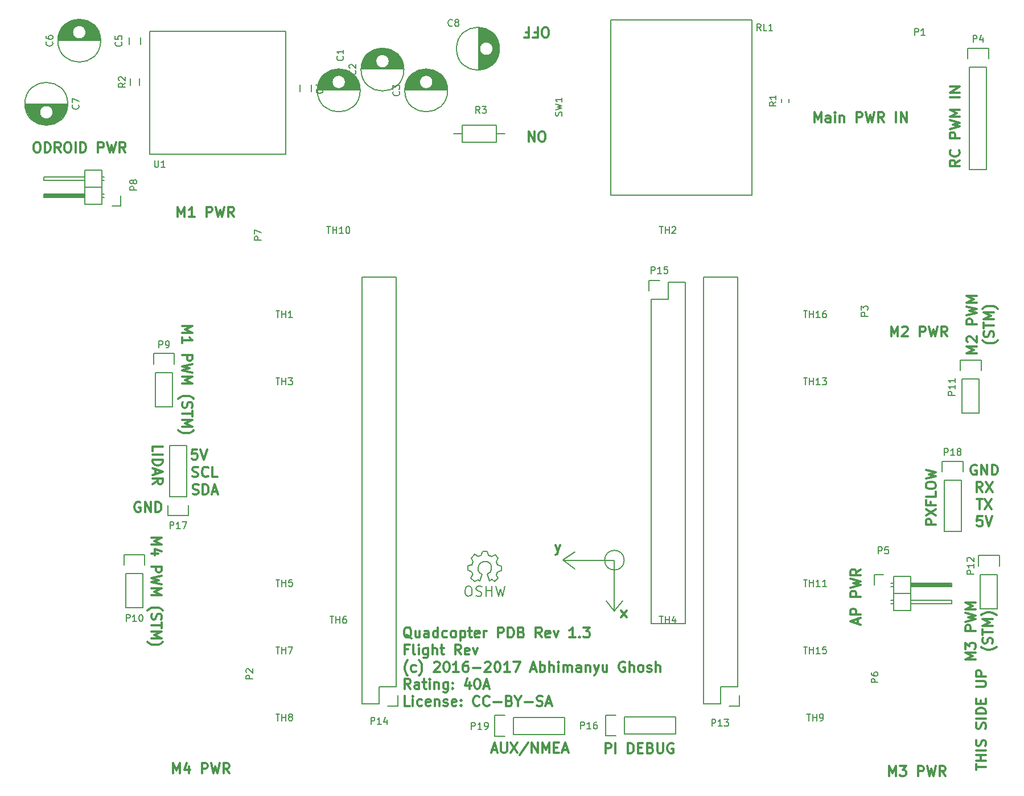
<source format=gto>
G04 #@! TF.FileFunction,Legend,Top*
%FSLAX46Y46*%
G04 Gerber Fmt 4.6, Leading zero omitted, Abs format (unit mm)*
G04 Created by KiCad (PCBNEW 4.0.5) date Wed May 31 10:26:28 2017*
%MOMM*%
%LPD*%
G01*
G04 APERTURE LIST*
%ADD10C,0.100000*%
%ADD11C,0.300000*%
%ADD12C,0.200000*%
%ADD13C,0.150000*%
G04 APERTURE END LIST*
D10*
D11*
X145092857Y-148100000D02*
X145807143Y-148100000D01*
X144950000Y-148528571D02*
X145450000Y-147028571D01*
X145950000Y-148528571D01*
X146450000Y-147028571D02*
X146450000Y-148242857D01*
X146521428Y-148385714D01*
X146592857Y-148457143D01*
X146735714Y-148528571D01*
X147021428Y-148528571D01*
X147164286Y-148457143D01*
X147235714Y-148385714D01*
X147307143Y-148242857D01*
X147307143Y-147028571D01*
X147878572Y-147028571D02*
X148878572Y-148528571D01*
X148878572Y-147028571D02*
X147878572Y-148528571D01*
X150521428Y-146957143D02*
X149235714Y-148885714D01*
X151021429Y-148528571D02*
X151021429Y-147028571D01*
X151878572Y-148528571D01*
X151878572Y-147028571D01*
X152592858Y-148528571D02*
X152592858Y-147028571D01*
X153092858Y-148100000D01*
X153592858Y-147028571D01*
X153592858Y-148528571D01*
X154307144Y-147742857D02*
X154807144Y-147742857D01*
X155021430Y-148528571D02*
X154307144Y-148528571D01*
X154307144Y-147028571D01*
X155021430Y-147028571D01*
X155592858Y-148100000D02*
X156307144Y-148100000D01*
X155450001Y-148528571D02*
X155950001Y-147028571D01*
X156450001Y-148528571D01*
X161964286Y-148578571D02*
X161964286Y-147078571D01*
X162535714Y-147078571D01*
X162678572Y-147150000D01*
X162750000Y-147221429D01*
X162821429Y-147364286D01*
X162821429Y-147578571D01*
X162750000Y-147721429D01*
X162678572Y-147792857D01*
X162535714Y-147864286D01*
X161964286Y-147864286D01*
X163464286Y-148578571D02*
X163464286Y-147078571D01*
X165321429Y-148578571D02*
X165321429Y-147078571D01*
X165678572Y-147078571D01*
X165892857Y-147150000D01*
X166035715Y-147292857D01*
X166107143Y-147435714D01*
X166178572Y-147721429D01*
X166178572Y-147935714D01*
X166107143Y-148221429D01*
X166035715Y-148364286D01*
X165892857Y-148507143D01*
X165678572Y-148578571D01*
X165321429Y-148578571D01*
X166821429Y-147792857D02*
X167321429Y-147792857D01*
X167535715Y-148578571D02*
X166821429Y-148578571D01*
X166821429Y-147078571D01*
X167535715Y-147078571D01*
X168678572Y-147792857D02*
X168892858Y-147864286D01*
X168964286Y-147935714D01*
X169035715Y-148078571D01*
X169035715Y-148292857D01*
X168964286Y-148435714D01*
X168892858Y-148507143D01*
X168750000Y-148578571D01*
X168178572Y-148578571D01*
X168178572Y-147078571D01*
X168678572Y-147078571D01*
X168821429Y-147150000D01*
X168892858Y-147221429D01*
X168964286Y-147364286D01*
X168964286Y-147507143D01*
X168892858Y-147650000D01*
X168821429Y-147721429D01*
X168678572Y-147792857D01*
X168178572Y-147792857D01*
X169678572Y-147078571D02*
X169678572Y-148292857D01*
X169750000Y-148435714D01*
X169821429Y-148507143D01*
X169964286Y-148578571D01*
X170250000Y-148578571D01*
X170392858Y-148507143D01*
X170464286Y-148435714D01*
X170535715Y-148292857D01*
X170535715Y-147078571D01*
X172035715Y-147150000D02*
X171892858Y-147078571D01*
X171678572Y-147078571D01*
X171464287Y-147150000D01*
X171321429Y-147292857D01*
X171250001Y-147435714D01*
X171178572Y-147721429D01*
X171178572Y-147935714D01*
X171250001Y-148221429D01*
X171321429Y-148364286D01*
X171464287Y-148507143D01*
X171678572Y-148578571D01*
X171821429Y-148578571D01*
X172035715Y-148507143D01*
X172107144Y-148435714D01*
X172107144Y-147935714D01*
X171821429Y-147935714D01*
X217078571Y-151064286D02*
X217078571Y-150207143D01*
X218578571Y-150635714D02*
X217078571Y-150635714D01*
X218578571Y-149707143D02*
X217078571Y-149707143D01*
X217792857Y-149707143D02*
X217792857Y-148850000D01*
X218578571Y-148850000D02*
X217078571Y-148850000D01*
X218578571Y-148135714D02*
X217078571Y-148135714D01*
X218507143Y-147492857D02*
X218578571Y-147278571D01*
X218578571Y-146921428D01*
X218507143Y-146778571D01*
X218435714Y-146707142D01*
X218292857Y-146635714D01*
X218150000Y-146635714D01*
X218007143Y-146707142D01*
X217935714Y-146778571D01*
X217864286Y-146921428D01*
X217792857Y-147207142D01*
X217721429Y-147350000D01*
X217650000Y-147421428D01*
X217507143Y-147492857D01*
X217364286Y-147492857D01*
X217221429Y-147421428D01*
X217150000Y-147350000D01*
X217078571Y-147207142D01*
X217078571Y-146850000D01*
X217150000Y-146635714D01*
X218507143Y-144921429D02*
X218578571Y-144707143D01*
X218578571Y-144350000D01*
X218507143Y-144207143D01*
X218435714Y-144135714D01*
X218292857Y-144064286D01*
X218150000Y-144064286D01*
X218007143Y-144135714D01*
X217935714Y-144207143D01*
X217864286Y-144350000D01*
X217792857Y-144635714D01*
X217721429Y-144778572D01*
X217650000Y-144850000D01*
X217507143Y-144921429D01*
X217364286Y-144921429D01*
X217221429Y-144850000D01*
X217150000Y-144778572D01*
X217078571Y-144635714D01*
X217078571Y-144278572D01*
X217150000Y-144064286D01*
X218578571Y-143421429D02*
X217078571Y-143421429D01*
X218578571Y-142707143D02*
X217078571Y-142707143D01*
X217078571Y-142350000D01*
X217150000Y-142135715D01*
X217292857Y-141992857D01*
X217435714Y-141921429D01*
X217721429Y-141850000D01*
X217935714Y-141850000D01*
X218221429Y-141921429D01*
X218364286Y-141992857D01*
X218507143Y-142135715D01*
X218578571Y-142350000D01*
X218578571Y-142707143D01*
X217792857Y-141207143D02*
X217792857Y-140707143D01*
X218578571Y-140492857D02*
X218578571Y-141207143D01*
X217078571Y-141207143D01*
X217078571Y-140492857D01*
X217078571Y-138707143D02*
X218292857Y-138707143D01*
X218435714Y-138635715D01*
X218507143Y-138564286D01*
X218578571Y-138421429D01*
X218578571Y-138135715D01*
X218507143Y-137992857D01*
X218435714Y-137921429D01*
X218292857Y-137850000D01*
X217078571Y-137850000D01*
X218578571Y-137135714D02*
X217078571Y-137135714D01*
X217078571Y-136564286D01*
X217150000Y-136421428D01*
X217221429Y-136350000D01*
X217364286Y-136278571D01*
X217578571Y-136278571D01*
X217721429Y-136350000D01*
X217792857Y-136421428D01*
X217864286Y-136564286D01*
X217864286Y-137135714D01*
X94621429Y-103664286D02*
X94621429Y-102950000D01*
X96121429Y-102950000D01*
X94621429Y-104164286D02*
X96121429Y-104164286D01*
X94621429Y-104878572D02*
X96121429Y-104878572D01*
X96121429Y-105235715D01*
X96050000Y-105450000D01*
X95907143Y-105592858D01*
X95764286Y-105664286D01*
X95478571Y-105735715D01*
X95264286Y-105735715D01*
X94978571Y-105664286D01*
X94835714Y-105592858D01*
X94692857Y-105450000D01*
X94621429Y-105235715D01*
X94621429Y-104878572D01*
X95050000Y-106307143D02*
X95050000Y-107021429D01*
X94621429Y-106164286D02*
X96121429Y-106664286D01*
X94621429Y-107164286D01*
X94621429Y-108521429D02*
X95335714Y-108021429D01*
X94621429Y-107664286D02*
X96121429Y-107664286D01*
X96121429Y-108235714D01*
X96050000Y-108378572D01*
X95978571Y-108450000D01*
X95835714Y-108521429D01*
X95621429Y-108521429D01*
X95478571Y-108450000D01*
X95407143Y-108378572D01*
X95335714Y-108235714D01*
X95335714Y-107664286D01*
X101214287Y-103378571D02*
X100500001Y-103378571D01*
X100428572Y-104092857D01*
X100500001Y-104021429D01*
X100642858Y-103950000D01*
X101000001Y-103950000D01*
X101142858Y-104021429D01*
X101214287Y-104092857D01*
X101285715Y-104235714D01*
X101285715Y-104592857D01*
X101214287Y-104735714D01*
X101142858Y-104807143D01*
X101000001Y-104878571D01*
X100642858Y-104878571D01*
X100500001Y-104807143D01*
X100428572Y-104735714D01*
X101714286Y-103378571D02*
X102214286Y-104878571D01*
X102714286Y-103378571D01*
X100514286Y-107407143D02*
X100728572Y-107478571D01*
X101085715Y-107478571D01*
X101228572Y-107407143D01*
X101300001Y-107335714D01*
X101371429Y-107192857D01*
X101371429Y-107050000D01*
X101300001Y-106907143D01*
X101228572Y-106835714D01*
X101085715Y-106764286D01*
X100800001Y-106692857D01*
X100657143Y-106621429D01*
X100585715Y-106550000D01*
X100514286Y-106407143D01*
X100514286Y-106264286D01*
X100585715Y-106121429D01*
X100657143Y-106050000D01*
X100800001Y-105978571D01*
X101157143Y-105978571D01*
X101371429Y-106050000D01*
X102871429Y-107335714D02*
X102800000Y-107407143D01*
X102585714Y-107478571D01*
X102442857Y-107478571D01*
X102228572Y-107407143D01*
X102085714Y-107264286D01*
X102014286Y-107121429D01*
X101942857Y-106835714D01*
X101942857Y-106621429D01*
X102014286Y-106335714D01*
X102085714Y-106192857D01*
X102228572Y-106050000D01*
X102442857Y-105978571D01*
X102585714Y-105978571D01*
X102800000Y-106050000D01*
X102871429Y-106121429D01*
X104228572Y-107478571D02*
X103514286Y-107478571D01*
X103514286Y-105978571D01*
X100578572Y-110007143D02*
X100792858Y-110078571D01*
X101150001Y-110078571D01*
X101292858Y-110007143D01*
X101364287Y-109935714D01*
X101435715Y-109792857D01*
X101435715Y-109650000D01*
X101364287Y-109507143D01*
X101292858Y-109435714D01*
X101150001Y-109364286D01*
X100864287Y-109292857D01*
X100721429Y-109221429D01*
X100650001Y-109150000D01*
X100578572Y-109007143D01*
X100578572Y-108864286D01*
X100650001Y-108721429D01*
X100721429Y-108650000D01*
X100864287Y-108578571D01*
X101221429Y-108578571D01*
X101435715Y-108650000D01*
X102078572Y-110078571D02*
X102078572Y-108578571D01*
X102435715Y-108578571D01*
X102650000Y-108650000D01*
X102792858Y-108792857D01*
X102864286Y-108935714D01*
X102935715Y-109221429D01*
X102935715Y-109435714D01*
X102864286Y-109721429D01*
X102792858Y-109864286D01*
X102650000Y-110007143D01*
X102435715Y-110078571D01*
X102078572Y-110078571D01*
X103507143Y-109650000D02*
X104221429Y-109650000D01*
X103364286Y-110078571D02*
X103864286Y-108578571D01*
X104364286Y-110078571D01*
X92757143Y-111250000D02*
X92614286Y-111178571D01*
X92400000Y-111178571D01*
X92185715Y-111250000D01*
X92042857Y-111392857D01*
X91971429Y-111535714D01*
X91900000Y-111821429D01*
X91900000Y-112035714D01*
X91971429Y-112321429D01*
X92042857Y-112464286D01*
X92185715Y-112607143D01*
X92400000Y-112678571D01*
X92542857Y-112678571D01*
X92757143Y-112607143D01*
X92828572Y-112535714D01*
X92828572Y-112035714D01*
X92542857Y-112035714D01*
X93471429Y-112678571D02*
X93471429Y-111178571D01*
X94328572Y-112678571D01*
X94328572Y-111178571D01*
X95042858Y-112678571D02*
X95042858Y-111178571D01*
X95400001Y-111178571D01*
X95614286Y-111250000D01*
X95757144Y-111392857D01*
X95828572Y-111535714D01*
X95900001Y-111821429D01*
X95900001Y-112035714D01*
X95828572Y-112321429D01*
X95757144Y-112464286D01*
X95614286Y-112607143D01*
X95400001Y-112678571D01*
X95042858Y-112678571D01*
X217157143Y-105725000D02*
X217014286Y-105653571D01*
X216800000Y-105653571D01*
X216585715Y-105725000D01*
X216442857Y-105867857D01*
X216371429Y-106010714D01*
X216300000Y-106296429D01*
X216300000Y-106510714D01*
X216371429Y-106796429D01*
X216442857Y-106939286D01*
X216585715Y-107082143D01*
X216800000Y-107153571D01*
X216942857Y-107153571D01*
X217157143Y-107082143D01*
X217228572Y-107010714D01*
X217228572Y-106510714D01*
X216942857Y-106510714D01*
X217871429Y-107153571D02*
X217871429Y-105653571D01*
X218728572Y-107153571D01*
X218728572Y-105653571D01*
X219442858Y-107153571D02*
X219442858Y-105653571D01*
X219800001Y-105653571D01*
X220014286Y-105725000D01*
X220157144Y-105867857D01*
X220228572Y-106010714D01*
X220300001Y-106296429D01*
X220300001Y-106510714D01*
X220228572Y-106796429D01*
X220157144Y-106939286D01*
X220014286Y-107082143D01*
X219800001Y-107153571D01*
X219442858Y-107153571D01*
X218050001Y-109703571D02*
X217550001Y-108989286D01*
X217192858Y-109703571D02*
X217192858Y-108203571D01*
X217764286Y-108203571D01*
X217907144Y-108275000D01*
X217978572Y-108346429D01*
X218050001Y-108489286D01*
X218050001Y-108703571D01*
X217978572Y-108846429D01*
X217907144Y-108917857D01*
X217764286Y-108989286D01*
X217192858Y-108989286D01*
X218550001Y-108203571D02*
X219550001Y-109703571D01*
X219550001Y-108203571D02*
X218550001Y-109703571D01*
X217157143Y-110753571D02*
X218014286Y-110753571D01*
X217585715Y-112253571D02*
X217585715Y-110753571D01*
X218371429Y-110753571D02*
X219371429Y-112253571D01*
X219371429Y-110753571D02*
X218371429Y-112253571D01*
X218014287Y-113303571D02*
X217300001Y-113303571D01*
X217228572Y-114017857D01*
X217300001Y-113946429D01*
X217442858Y-113875000D01*
X217800001Y-113875000D01*
X217942858Y-113946429D01*
X218014287Y-114017857D01*
X218085715Y-114160714D01*
X218085715Y-114517857D01*
X218014287Y-114660714D01*
X217942858Y-114732143D01*
X217800001Y-114803571D01*
X217442858Y-114803571D01*
X217300001Y-114732143D01*
X217228572Y-114660714D01*
X218514286Y-113303571D02*
X219014286Y-114803571D01*
X219514286Y-113303571D01*
X211128571Y-114600000D02*
X209628571Y-114600000D01*
X209628571Y-114028572D01*
X209700000Y-113885714D01*
X209771429Y-113814286D01*
X209914286Y-113742857D01*
X210128571Y-113742857D01*
X210271429Y-113814286D01*
X210342857Y-113885714D01*
X210414286Y-114028572D01*
X210414286Y-114600000D01*
X209628571Y-113242857D02*
X211128571Y-112242857D01*
X209628571Y-112242857D02*
X211128571Y-113242857D01*
X210342857Y-111171429D02*
X210342857Y-111671429D01*
X211128571Y-111671429D02*
X209628571Y-111671429D01*
X209628571Y-110957143D01*
X211128571Y-109671429D02*
X211128571Y-110385715D01*
X209628571Y-110385715D01*
X209628571Y-108885715D02*
X209628571Y-108600001D01*
X209700000Y-108457143D01*
X209842857Y-108314286D01*
X210128571Y-108242858D01*
X210628571Y-108242858D01*
X210914286Y-108314286D01*
X211057143Y-108457143D01*
X211128571Y-108600001D01*
X211128571Y-108885715D01*
X211057143Y-109028572D01*
X210914286Y-109171429D01*
X210628571Y-109242858D01*
X210128571Y-109242858D01*
X209842857Y-109171429D01*
X209700000Y-109028572D01*
X209628571Y-108885715D01*
X209628571Y-107742857D02*
X211128571Y-107385714D01*
X210057143Y-107100000D01*
X211128571Y-106814286D01*
X209628571Y-106457143D01*
X214678571Y-60335714D02*
X213964286Y-60835714D01*
X214678571Y-61192857D02*
X213178571Y-61192857D01*
X213178571Y-60621429D01*
X213250000Y-60478571D01*
X213321429Y-60407143D01*
X213464286Y-60335714D01*
X213678571Y-60335714D01*
X213821429Y-60407143D01*
X213892857Y-60478571D01*
X213964286Y-60621429D01*
X213964286Y-61192857D01*
X214535714Y-58835714D02*
X214607143Y-58907143D01*
X214678571Y-59121429D01*
X214678571Y-59264286D01*
X214607143Y-59478571D01*
X214464286Y-59621429D01*
X214321429Y-59692857D01*
X214035714Y-59764286D01*
X213821429Y-59764286D01*
X213535714Y-59692857D01*
X213392857Y-59621429D01*
X213250000Y-59478571D01*
X213178571Y-59264286D01*
X213178571Y-59121429D01*
X213250000Y-58907143D01*
X213321429Y-58835714D01*
X214678571Y-57050000D02*
X213178571Y-57050000D01*
X213178571Y-56478572D01*
X213250000Y-56335714D01*
X213321429Y-56264286D01*
X213464286Y-56192857D01*
X213678571Y-56192857D01*
X213821429Y-56264286D01*
X213892857Y-56335714D01*
X213964286Y-56478572D01*
X213964286Y-57050000D01*
X213178571Y-55692857D02*
X214678571Y-55335714D01*
X213607143Y-55050000D01*
X214678571Y-54764286D01*
X213178571Y-54407143D01*
X214678571Y-53835714D02*
X213178571Y-53835714D01*
X214250000Y-53335714D01*
X213178571Y-52835714D01*
X214678571Y-52835714D01*
X214678571Y-50978571D02*
X213178571Y-50978571D01*
X214678571Y-50264285D02*
X213178571Y-50264285D01*
X214678571Y-49407142D01*
X213178571Y-49407142D01*
X217203571Y-89050000D02*
X215703571Y-89050000D01*
X216775000Y-88550000D01*
X215703571Y-88050000D01*
X217203571Y-88050000D01*
X215846429Y-87407143D02*
X215775000Y-87335714D01*
X215703571Y-87192857D01*
X215703571Y-86835714D01*
X215775000Y-86692857D01*
X215846429Y-86621428D01*
X215989286Y-86550000D01*
X216132143Y-86550000D01*
X216346429Y-86621428D01*
X217203571Y-87478571D01*
X217203571Y-86550000D01*
X217203571Y-84764286D02*
X215703571Y-84764286D01*
X215703571Y-84192858D01*
X215775000Y-84050000D01*
X215846429Y-83978572D01*
X215989286Y-83907143D01*
X216203571Y-83907143D01*
X216346429Y-83978572D01*
X216417857Y-84050000D01*
X216489286Y-84192858D01*
X216489286Y-84764286D01*
X215703571Y-83407143D02*
X217203571Y-83050000D01*
X216132143Y-82764286D01*
X217203571Y-82478572D01*
X215703571Y-82121429D01*
X217203571Y-81550000D02*
X215703571Y-81550000D01*
X216775000Y-81050000D01*
X215703571Y-80550000D01*
X217203571Y-80550000D01*
X220325000Y-87157143D02*
X220253571Y-87228571D01*
X220039286Y-87371428D01*
X219896429Y-87442857D01*
X219682143Y-87514286D01*
X219325000Y-87585714D01*
X219039286Y-87585714D01*
X218682143Y-87514286D01*
X218467857Y-87442857D01*
X218325000Y-87371428D01*
X218110714Y-87228571D01*
X218039286Y-87157143D01*
X219682143Y-86657143D02*
X219753571Y-86442857D01*
X219753571Y-86085714D01*
X219682143Y-85942857D01*
X219610714Y-85871428D01*
X219467857Y-85800000D01*
X219325000Y-85800000D01*
X219182143Y-85871428D01*
X219110714Y-85942857D01*
X219039286Y-86085714D01*
X218967857Y-86371428D01*
X218896429Y-86514286D01*
X218825000Y-86585714D01*
X218682143Y-86657143D01*
X218539286Y-86657143D01*
X218396429Y-86585714D01*
X218325000Y-86514286D01*
X218253571Y-86371428D01*
X218253571Y-86014286D01*
X218325000Y-85800000D01*
X218253571Y-85371429D02*
X218253571Y-84514286D01*
X219753571Y-84942857D02*
X218253571Y-84942857D01*
X219753571Y-84014286D02*
X218253571Y-84014286D01*
X219325000Y-83514286D01*
X218253571Y-83014286D01*
X219753571Y-83014286D01*
X220325000Y-82442857D02*
X220253571Y-82371429D01*
X220039286Y-82228572D01*
X219896429Y-82157143D01*
X219682143Y-82085714D01*
X219325000Y-82014286D01*
X219039286Y-82014286D01*
X218682143Y-82085714D01*
X218467857Y-82157143D01*
X218325000Y-82228572D01*
X218110714Y-82371429D01*
X218039286Y-82442857D01*
X217003571Y-134650000D02*
X215503571Y-134650000D01*
X216575000Y-134150000D01*
X215503571Y-133650000D01*
X217003571Y-133650000D01*
X215503571Y-133078571D02*
X215503571Y-132150000D01*
X216075000Y-132650000D01*
X216075000Y-132435714D01*
X216146429Y-132292857D01*
X216217857Y-132221428D01*
X216360714Y-132150000D01*
X216717857Y-132150000D01*
X216860714Y-132221428D01*
X216932143Y-132292857D01*
X217003571Y-132435714D01*
X217003571Y-132864286D01*
X216932143Y-133007143D01*
X216860714Y-133078571D01*
X217003571Y-130364286D02*
X215503571Y-130364286D01*
X215503571Y-129792858D01*
X215575000Y-129650000D01*
X215646429Y-129578572D01*
X215789286Y-129507143D01*
X216003571Y-129507143D01*
X216146429Y-129578572D01*
X216217857Y-129650000D01*
X216289286Y-129792858D01*
X216289286Y-130364286D01*
X215503571Y-129007143D02*
X217003571Y-128650000D01*
X215932143Y-128364286D01*
X217003571Y-128078572D01*
X215503571Y-127721429D01*
X217003571Y-127150000D02*
X215503571Y-127150000D01*
X216575000Y-126650000D01*
X215503571Y-126150000D01*
X217003571Y-126150000D01*
X220125000Y-132757143D02*
X220053571Y-132828571D01*
X219839286Y-132971428D01*
X219696429Y-133042857D01*
X219482143Y-133114286D01*
X219125000Y-133185714D01*
X218839286Y-133185714D01*
X218482143Y-133114286D01*
X218267857Y-133042857D01*
X218125000Y-132971428D01*
X217910714Y-132828571D01*
X217839286Y-132757143D01*
X219482143Y-132257143D02*
X219553571Y-132042857D01*
X219553571Y-131685714D01*
X219482143Y-131542857D01*
X219410714Y-131471428D01*
X219267857Y-131400000D01*
X219125000Y-131400000D01*
X218982143Y-131471428D01*
X218910714Y-131542857D01*
X218839286Y-131685714D01*
X218767857Y-131971428D01*
X218696429Y-132114286D01*
X218625000Y-132185714D01*
X218482143Y-132257143D01*
X218339286Y-132257143D01*
X218196429Y-132185714D01*
X218125000Y-132114286D01*
X218053571Y-131971428D01*
X218053571Y-131614286D01*
X218125000Y-131400000D01*
X218053571Y-130971429D02*
X218053571Y-130114286D01*
X219553571Y-130542857D02*
X218053571Y-130542857D01*
X219553571Y-129614286D02*
X218053571Y-129614286D01*
X219125000Y-129114286D01*
X218053571Y-128614286D01*
X219553571Y-128614286D01*
X220125000Y-128042857D02*
X220053571Y-127971429D01*
X219839286Y-127828572D01*
X219696429Y-127757143D01*
X219482143Y-127685714D01*
X219125000Y-127614286D01*
X218839286Y-127614286D01*
X218482143Y-127685714D01*
X218267857Y-127757143D01*
X218125000Y-127828572D01*
X217910714Y-127971429D01*
X217839286Y-128042857D01*
X94421429Y-116535715D02*
X95921429Y-116535715D01*
X94850000Y-117035715D01*
X95921429Y-117535715D01*
X94421429Y-117535715D01*
X95421429Y-118892858D02*
X94421429Y-118892858D01*
X95992857Y-118535715D02*
X94921429Y-118178572D01*
X94921429Y-119107144D01*
X94421429Y-120821429D02*
X95921429Y-120821429D01*
X95921429Y-121392857D01*
X95850000Y-121535715D01*
X95778571Y-121607143D01*
X95635714Y-121678572D01*
X95421429Y-121678572D01*
X95278571Y-121607143D01*
X95207143Y-121535715D01*
X95135714Y-121392857D01*
X95135714Y-120821429D01*
X95921429Y-122178572D02*
X94421429Y-122535715D01*
X95492857Y-122821429D01*
X94421429Y-123107143D01*
X95921429Y-123464286D01*
X94421429Y-124035715D02*
X95921429Y-124035715D01*
X94850000Y-124535715D01*
X95921429Y-125035715D01*
X94421429Y-125035715D01*
X93850000Y-127321429D02*
X93921429Y-127250001D01*
X94135714Y-127107144D01*
X94278571Y-127035715D01*
X94492857Y-126964286D01*
X94850000Y-126892858D01*
X95135714Y-126892858D01*
X95492857Y-126964286D01*
X95707143Y-127035715D01*
X95850000Y-127107144D01*
X96064286Y-127250001D01*
X96135714Y-127321429D01*
X94492857Y-127821429D02*
X94421429Y-128035715D01*
X94421429Y-128392858D01*
X94492857Y-128535715D01*
X94564286Y-128607144D01*
X94707143Y-128678572D01*
X94850000Y-128678572D01*
X94992857Y-128607144D01*
X95064286Y-128535715D01*
X95135714Y-128392858D01*
X95207143Y-128107144D01*
X95278571Y-127964286D01*
X95350000Y-127892858D01*
X95492857Y-127821429D01*
X95635714Y-127821429D01*
X95778571Y-127892858D01*
X95850000Y-127964286D01*
X95921429Y-128107144D01*
X95921429Y-128464286D01*
X95850000Y-128678572D01*
X95921429Y-129107143D02*
X95921429Y-129964286D01*
X94421429Y-129535715D02*
X95921429Y-129535715D01*
X94421429Y-130464286D02*
X95921429Y-130464286D01*
X94850000Y-130964286D01*
X95921429Y-131464286D01*
X94421429Y-131464286D01*
X93850000Y-132035715D02*
X93921429Y-132107143D01*
X94135714Y-132250000D01*
X94278571Y-132321429D01*
X94492857Y-132392858D01*
X94850000Y-132464286D01*
X95135714Y-132464286D01*
X95492857Y-132392858D01*
X95707143Y-132321429D01*
X95850000Y-132250000D01*
X96064286Y-132107143D01*
X96135714Y-132035715D01*
X99021429Y-85035715D02*
X100521429Y-85035715D01*
X99450000Y-85535715D01*
X100521429Y-86035715D01*
X99021429Y-86035715D01*
X99021429Y-87535715D02*
X99021429Y-86678572D01*
X99021429Y-87107144D02*
X100521429Y-87107144D01*
X100307143Y-86964287D01*
X100164286Y-86821429D01*
X100092857Y-86678572D01*
X99021429Y-89321429D02*
X100521429Y-89321429D01*
X100521429Y-89892857D01*
X100450000Y-90035715D01*
X100378571Y-90107143D01*
X100235714Y-90178572D01*
X100021429Y-90178572D01*
X99878571Y-90107143D01*
X99807143Y-90035715D01*
X99735714Y-89892857D01*
X99735714Y-89321429D01*
X100521429Y-90678572D02*
X99021429Y-91035715D01*
X100092857Y-91321429D01*
X99021429Y-91607143D01*
X100521429Y-91964286D01*
X99021429Y-92535715D02*
X100521429Y-92535715D01*
X99450000Y-93035715D01*
X100521429Y-93535715D01*
X99021429Y-93535715D01*
X98450000Y-95821429D02*
X98521429Y-95750001D01*
X98735714Y-95607144D01*
X98878571Y-95535715D01*
X99092857Y-95464286D01*
X99450000Y-95392858D01*
X99735714Y-95392858D01*
X100092857Y-95464286D01*
X100307143Y-95535715D01*
X100450000Y-95607144D01*
X100664286Y-95750001D01*
X100735714Y-95821429D01*
X99092857Y-96321429D02*
X99021429Y-96535715D01*
X99021429Y-96892858D01*
X99092857Y-97035715D01*
X99164286Y-97107144D01*
X99307143Y-97178572D01*
X99450000Y-97178572D01*
X99592857Y-97107144D01*
X99664286Y-97035715D01*
X99735714Y-96892858D01*
X99807143Y-96607144D01*
X99878571Y-96464286D01*
X99950000Y-96392858D01*
X100092857Y-96321429D01*
X100235714Y-96321429D01*
X100378571Y-96392858D01*
X100450000Y-96464286D01*
X100521429Y-96607144D01*
X100521429Y-96964286D01*
X100450000Y-97178572D01*
X100521429Y-97607143D02*
X100521429Y-98464286D01*
X99021429Y-98035715D02*
X100521429Y-98035715D01*
X99021429Y-98964286D02*
X100521429Y-98964286D01*
X99450000Y-99464286D01*
X100521429Y-99964286D01*
X99021429Y-99964286D01*
X98450000Y-100535715D02*
X98521429Y-100607143D01*
X98735714Y-100750000D01*
X98878571Y-100821429D01*
X99092857Y-100892858D01*
X99450000Y-100964286D01*
X99735714Y-100964286D01*
X100092857Y-100892858D01*
X100307143Y-100821429D01*
X100450000Y-100750000D01*
X100664286Y-100607143D01*
X100735714Y-100535715D01*
X154542858Y-117578571D02*
X154900001Y-118578571D01*
X155257143Y-117578571D02*
X154900001Y-118578571D01*
X154757143Y-118935714D01*
X154685715Y-119007143D01*
X154542858Y-119078571D01*
X164307143Y-128378571D02*
X165092857Y-127378571D01*
X164307143Y-127378571D02*
X165092857Y-128378571D01*
X199500000Y-129285714D02*
X199500000Y-128571428D01*
X199928571Y-129428571D02*
X198428571Y-128928571D01*
X199928571Y-128428571D01*
X199928571Y-127928571D02*
X198428571Y-127928571D01*
X198428571Y-127357143D01*
X198500000Y-127214285D01*
X198571429Y-127142857D01*
X198714286Y-127071428D01*
X198928571Y-127071428D01*
X199071429Y-127142857D01*
X199142857Y-127214285D01*
X199214286Y-127357143D01*
X199214286Y-127928571D01*
X199928571Y-125285714D02*
X198428571Y-125285714D01*
X198428571Y-124714286D01*
X198500000Y-124571428D01*
X198571429Y-124500000D01*
X198714286Y-124428571D01*
X198928571Y-124428571D01*
X199071429Y-124500000D01*
X199142857Y-124571428D01*
X199214286Y-124714286D01*
X199214286Y-125285714D01*
X198428571Y-123928571D02*
X199928571Y-123571428D01*
X198857143Y-123285714D01*
X199928571Y-123000000D01*
X198428571Y-122642857D01*
X199928571Y-121214285D02*
X199214286Y-121714285D01*
X199928571Y-122071428D02*
X198428571Y-122071428D01*
X198428571Y-121500000D01*
X198500000Y-121357142D01*
X198571429Y-121285714D01*
X198714286Y-121214285D01*
X198928571Y-121214285D01*
X199071429Y-121285714D01*
X199142857Y-121357142D01*
X199214286Y-121500000D01*
X199214286Y-122071428D01*
X77285714Y-57678571D02*
X77571428Y-57678571D01*
X77714286Y-57750000D01*
X77857143Y-57892857D01*
X77928571Y-58178571D01*
X77928571Y-58678571D01*
X77857143Y-58964286D01*
X77714286Y-59107143D01*
X77571428Y-59178571D01*
X77285714Y-59178571D01*
X77142857Y-59107143D01*
X77000000Y-58964286D01*
X76928571Y-58678571D01*
X76928571Y-58178571D01*
X77000000Y-57892857D01*
X77142857Y-57750000D01*
X77285714Y-57678571D01*
X78571429Y-59178571D02*
X78571429Y-57678571D01*
X78928572Y-57678571D01*
X79142857Y-57750000D01*
X79285715Y-57892857D01*
X79357143Y-58035714D01*
X79428572Y-58321429D01*
X79428572Y-58535714D01*
X79357143Y-58821429D01*
X79285715Y-58964286D01*
X79142857Y-59107143D01*
X78928572Y-59178571D01*
X78571429Y-59178571D01*
X80928572Y-59178571D02*
X80428572Y-58464286D01*
X80071429Y-59178571D02*
X80071429Y-57678571D01*
X80642857Y-57678571D01*
X80785715Y-57750000D01*
X80857143Y-57821429D01*
X80928572Y-57964286D01*
X80928572Y-58178571D01*
X80857143Y-58321429D01*
X80785715Y-58392857D01*
X80642857Y-58464286D01*
X80071429Y-58464286D01*
X81857143Y-57678571D02*
X82142857Y-57678571D01*
X82285715Y-57750000D01*
X82428572Y-57892857D01*
X82500000Y-58178571D01*
X82500000Y-58678571D01*
X82428572Y-58964286D01*
X82285715Y-59107143D01*
X82142857Y-59178571D01*
X81857143Y-59178571D01*
X81714286Y-59107143D01*
X81571429Y-58964286D01*
X81500000Y-58678571D01*
X81500000Y-58178571D01*
X81571429Y-57892857D01*
X81714286Y-57750000D01*
X81857143Y-57678571D01*
X83142858Y-59178571D02*
X83142858Y-57678571D01*
X83857144Y-59178571D02*
X83857144Y-57678571D01*
X84214287Y-57678571D01*
X84428572Y-57750000D01*
X84571430Y-57892857D01*
X84642858Y-58035714D01*
X84714287Y-58321429D01*
X84714287Y-58535714D01*
X84642858Y-58821429D01*
X84571430Y-58964286D01*
X84428572Y-59107143D01*
X84214287Y-59178571D01*
X83857144Y-59178571D01*
X86500001Y-59178571D02*
X86500001Y-57678571D01*
X87071429Y-57678571D01*
X87214287Y-57750000D01*
X87285715Y-57821429D01*
X87357144Y-57964286D01*
X87357144Y-58178571D01*
X87285715Y-58321429D01*
X87214287Y-58392857D01*
X87071429Y-58464286D01*
X86500001Y-58464286D01*
X87857144Y-57678571D02*
X88214287Y-59178571D01*
X88500001Y-58107143D01*
X88785715Y-59178571D01*
X89142858Y-57678571D01*
X90571430Y-59178571D02*
X90071430Y-58464286D01*
X89714287Y-59178571D02*
X89714287Y-57678571D01*
X90285715Y-57678571D01*
X90428573Y-57750000D01*
X90500001Y-57821429D01*
X90571430Y-57964286D01*
X90571430Y-58178571D01*
X90500001Y-58321429D01*
X90428573Y-58392857D01*
X90285715Y-58464286D01*
X89714287Y-58464286D01*
D12*
X164757738Y-119857737D02*
G75*
G03X164757738Y-119857737I-1457738J0D01*
G01*
X157400000Y-118600000D02*
X155650000Y-119850000D01*
X157450000Y-121150000D02*
X155700000Y-119900000D01*
X155800000Y-119900000D02*
X163300000Y-119900000D01*
X162050000Y-125900000D02*
X163300000Y-127400000D01*
X164550000Y-125900000D02*
X163300000Y-127400000D01*
X163300000Y-127400000D02*
X163300000Y-119900000D01*
D11*
X153178571Y-42071429D02*
X152892857Y-42071429D01*
X152749999Y-42000000D01*
X152607142Y-41857143D01*
X152535714Y-41571429D01*
X152535714Y-41071429D01*
X152607142Y-40785714D01*
X152749999Y-40642857D01*
X152892857Y-40571429D01*
X153178571Y-40571429D01*
X153321428Y-40642857D01*
X153464285Y-40785714D01*
X153535714Y-41071429D01*
X153535714Y-41571429D01*
X153464285Y-41857143D01*
X153321428Y-42000000D01*
X153178571Y-42071429D01*
X151392856Y-41357143D02*
X151892856Y-41357143D01*
X151892856Y-40571429D02*
X151892856Y-42071429D01*
X151178570Y-42071429D01*
X150107142Y-41357143D02*
X150607142Y-41357143D01*
X150607142Y-40571429D02*
X150607142Y-42071429D01*
X149892856Y-42071429D01*
X152678572Y-57571429D02*
X152392858Y-57571429D01*
X152250000Y-57500000D01*
X152107143Y-57357143D01*
X152035715Y-57071429D01*
X152035715Y-56571429D01*
X152107143Y-56285714D01*
X152250000Y-56142857D01*
X152392858Y-56071429D01*
X152678572Y-56071429D01*
X152821429Y-56142857D01*
X152964286Y-56285714D01*
X153035715Y-56571429D01*
X153035715Y-57071429D01*
X152964286Y-57357143D01*
X152821429Y-57500000D01*
X152678572Y-57571429D01*
X151392857Y-56071429D02*
X151392857Y-57571429D01*
X150535714Y-56071429D01*
X150535714Y-57571429D01*
X97657143Y-151578571D02*
X97657143Y-150078571D01*
X98157143Y-151150000D01*
X98657143Y-150078571D01*
X98657143Y-151578571D01*
X100014286Y-150578571D02*
X100014286Y-151578571D01*
X99657143Y-150007143D02*
X99300000Y-151078571D01*
X100228572Y-151078571D01*
X101942857Y-151578571D02*
X101942857Y-150078571D01*
X102514285Y-150078571D01*
X102657143Y-150150000D01*
X102728571Y-150221429D01*
X102800000Y-150364286D01*
X102800000Y-150578571D01*
X102728571Y-150721429D01*
X102657143Y-150792857D01*
X102514285Y-150864286D01*
X101942857Y-150864286D01*
X103300000Y-150078571D02*
X103657143Y-151578571D01*
X103942857Y-150507143D01*
X104228571Y-151578571D01*
X104585714Y-150078571D01*
X106014286Y-151578571D02*
X105514286Y-150864286D01*
X105157143Y-151578571D02*
X105157143Y-150078571D01*
X105728571Y-150078571D01*
X105871429Y-150150000D01*
X105942857Y-150221429D01*
X106014286Y-150364286D01*
X106014286Y-150578571D01*
X105942857Y-150721429D01*
X105871429Y-150792857D01*
X105728571Y-150864286D01*
X105157143Y-150864286D01*
X204157143Y-151978571D02*
X204157143Y-150478571D01*
X204657143Y-151550000D01*
X205157143Y-150478571D01*
X205157143Y-151978571D01*
X205728572Y-150478571D02*
X206657143Y-150478571D01*
X206157143Y-151050000D01*
X206371429Y-151050000D01*
X206514286Y-151121429D01*
X206585715Y-151192857D01*
X206657143Y-151335714D01*
X206657143Y-151692857D01*
X206585715Y-151835714D01*
X206514286Y-151907143D01*
X206371429Y-151978571D01*
X205942857Y-151978571D01*
X205800000Y-151907143D01*
X205728572Y-151835714D01*
X208442857Y-151978571D02*
X208442857Y-150478571D01*
X209014285Y-150478571D01*
X209157143Y-150550000D01*
X209228571Y-150621429D01*
X209300000Y-150764286D01*
X209300000Y-150978571D01*
X209228571Y-151121429D01*
X209157143Y-151192857D01*
X209014285Y-151264286D01*
X208442857Y-151264286D01*
X209800000Y-150478571D02*
X210157143Y-151978571D01*
X210442857Y-150907143D01*
X210728571Y-151978571D01*
X211085714Y-150478571D01*
X212514286Y-151978571D02*
X212014286Y-151264286D01*
X211657143Y-151978571D02*
X211657143Y-150478571D01*
X212228571Y-150478571D01*
X212371429Y-150550000D01*
X212442857Y-150621429D01*
X212514286Y-150764286D01*
X212514286Y-150978571D01*
X212442857Y-151121429D01*
X212371429Y-151192857D01*
X212228571Y-151264286D01*
X211657143Y-151264286D01*
X204457143Y-86578571D02*
X204457143Y-85078571D01*
X204957143Y-86150000D01*
X205457143Y-85078571D01*
X205457143Y-86578571D01*
X206100000Y-85221429D02*
X206171429Y-85150000D01*
X206314286Y-85078571D01*
X206671429Y-85078571D01*
X206814286Y-85150000D01*
X206885715Y-85221429D01*
X206957143Y-85364286D01*
X206957143Y-85507143D01*
X206885715Y-85721429D01*
X206028572Y-86578571D01*
X206957143Y-86578571D01*
X208742857Y-86578571D02*
X208742857Y-85078571D01*
X209314285Y-85078571D01*
X209457143Y-85150000D01*
X209528571Y-85221429D01*
X209600000Y-85364286D01*
X209600000Y-85578571D01*
X209528571Y-85721429D01*
X209457143Y-85792857D01*
X209314285Y-85864286D01*
X208742857Y-85864286D01*
X210100000Y-85078571D02*
X210457143Y-86578571D01*
X210742857Y-85507143D01*
X211028571Y-86578571D01*
X211385714Y-85078571D01*
X212814286Y-86578571D02*
X212314286Y-85864286D01*
X211957143Y-86578571D02*
X211957143Y-85078571D01*
X212528571Y-85078571D01*
X212671429Y-85150000D01*
X212742857Y-85221429D01*
X212814286Y-85364286D01*
X212814286Y-85578571D01*
X212742857Y-85721429D01*
X212671429Y-85792857D01*
X212528571Y-85864286D01*
X211957143Y-85864286D01*
X98357143Y-68778571D02*
X98357143Y-67278571D01*
X98857143Y-68350000D01*
X99357143Y-67278571D01*
X99357143Y-68778571D01*
X100857143Y-68778571D02*
X100000000Y-68778571D01*
X100428572Y-68778571D02*
X100428572Y-67278571D01*
X100285715Y-67492857D01*
X100142857Y-67635714D01*
X100000000Y-67707143D01*
X102642857Y-68778571D02*
X102642857Y-67278571D01*
X103214285Y-67278571D01*
X103357143Y-67350000D01*
X103428571Y-67421429D01*
X103500000Y-67564286D01*
X103500000Y-67778571D01*
X103428571Y-67921429D01*
X103357143Y-67992857D01*
X103214285Y-68064286D01*
X102642857Y-68064286D01*
X104000000Y-67278571D02*
X104357143Y-68778571D01*
X104642857Y-67707143D01*
X104928571Y-68778571D01*
X105285714Y-67278571D01*
X106714286Y-68778571D02*
X106214286Y-68064286D01*
X105857143Y-68778571D02*
X105857143Y-67278571D01*
X106428571Y-67278571D01*
X106571429Y-67350000D01*
X106642857Y-67421429D01*
X106714286Y-67564286D01*
X106714286Y-67778571D01*
X106642857Y-67921429D01*
X106571429Y-67992857D01*
X106428571Y-68064286D01*
X105857143Y-68064286D01*
X193042857Y-54678571D02*
X193042857Y-53178571D01*
X193542857Y-54250000D01*
X194042857Y-53178571D01*
X194042857Y-54678571D01*
X195400000Y-54678571D02*
X195400000Y-53892857D01*
X195328571Y-53750000D01*
X195185714Y-53678571D01*
X194900000Y-53678571D01*
X194757143Y-53750000D01*
X195400000Y-54607143D02*
X195257143Y-54678571D01*
X194900000Y-54678571D01*
X194757143Y-54607143D01*
X194685714Y-54464286D01*
X194685714Y-54321429D01*
X194757143Y-54178571D01*
X194900000Y-54107143D01*
X195257143Y-54107143D01*
X195400000Y-54035714D01*
X196114286Y-54678571D02*
X196114286Y-53678571D01*
X196114286Y-53178571D02*
X196042857Y-53250000D01*
X196114286Y-53321429D01*
X196185714Y-53250000D01*
X196114286Y-53178571D01*
X196114286Y-53321429D01*
X196828572Y-53678571D02*
X196828572Y-54678571D01*
X196828572Y-53821429D02*
X196900000Y-53750000D01*
X197042858Y-53678571D01*
X197257143Y-53678571D01*
X197400000Y-53750000D01*
X197471429Y-53892857D01*
X197471429Y-54678571D01*
X199328572Y-54678571D02*
X199328572Y-53178571D01*
X199900000Y-53178571D01*
X200042858Y-53250000D01*
X200114286Y-53321429D01*
X200185715Y-53464286D01*
X200185715Y-53678571D01*
X200114286Y-53821429D01*
X200042858Y-53892857D01*
X199900000Y-53964286D01*
X199328572Y-53964286D01*
X200685715Y-53178571D02*
X201042858Y-54678571D01*
X201328572Y-53607143D01*
X201614286Y-54678571D01*
X201971429Y-53178571D01*
X203400001Y-54678571D02*
X202900001Y-53964286D01*
X202542858Y-54678571D02*
X202542858Y-53178571D01*
X203114286Y-53178571D01*
X203257144Y-53250000D01*
X203328572Y-53321429D01*
X203400001Y-53464286D01*
X203400001Y-53678571D01*
X203328572Y-53821429D01*
X203257144Y-53892857D01*
X203114286Y-53964286D01*
X202542858Y-53964286D01*
X205185715Y-54678571D02*
X205185715Y-53178571D01*
X205900001Y-54678571D02*
X205900001Y-53178571D01*
X206757144Y-54678571D01*
X206757144Y-53178571D01*
X133117143Y-131501429D02*
X132974286Y-131430000D01*
X132831429Y-131287143D01*
X132617143Y-131072857D01*
X132474286Y-131001429D01*
X132331429Y-131001429D01*
X132402857Y-131358571D02*
X132260000Y-131287143D01*
X132117143Y-131144286D01*
X132045714Y-130858571D01*
X132045714Y-130358571D01*
X132117143Y-130072857D01*
X132260000Y-129930000D01*
X132402857Y-129858571D01*
X132688571Y-129858571D01*
X132831429Y-129930000D01*
X132974286Y-130072857D01*
X133045714Y-130358571D01*
X133045714Y-130858571D01*
X132974286Y-131144286D01*
X132831429Y-131287143D01*
X132688571Y-131358571D01*
X132402857Y-131358571D01*
X134331429Y-130358571D02*
X134331429Y-131358571D01*
X133688572Y-130358571D02*
X133688572Y-131144286D01*
X133760000Y-131287143D01*
X133902858Y-131358571D01*
X134117143Y-131358571D01*
X134260000Y-131287143D01*
X134331429Y-131215714D01*
X135688572Y-131358571D02*
X135688572Y-130572857D01*
X135617143Y-130430000D01*
X135474286Y-130358571D01*
X135188572Y-130358571D01*
X135045715Y-130430000D01*
X135688572Y-131287143D02*
X135545715Y-131358571D01*
X135188572Y-131358571D01*
X135045715Y-131287143D01*
X134974286Y-131144286D01*
X134974286Y-131001429D01*
X135045715Y-130858571D01*
X135188572Y-130787143D01*
X135545715Y-130787143D01*
X135688572Y-130715714D01*
X137045715Y-131358571D02*
X137045715Y-129858571D01*
X137045715Y-131287143D02*
X136902858Y-131358571D01*
X136617144Y-131358571D01*
X136474286Y-131287143D01*
X136402858Y-131215714D01*
X136331429Y-131072857D01*
X136331429Y-130644286D01*
X136402858Y-130501429D01*
X136474286Y-130430000D01*
X136617144Y-130358571D01*
X136902858Y-130358571D01*
X137045715Y-130430000D01*
X138402858Y-131287143D02*
X138260001Y-131358571D01*
X137974287Y-131358571D01*
X137831429Y-131287143D01*
X137760001Y-131215714D01*
X137688572Y-131072857D01*
X137688572Y-130644286D01*
X137760001Y-130501429D01*
X137831429Y-130430000D01*
X137974287Y-130358571D01*
X138260001Y-130358571D01*
X138402858Y-130430000D01*
X139260001Y-131358571D02*
X139117143Y-131287143D01*
X139045715Y-131215714D01*
X138974286Y-131072857D01*
X138974286Y-130644286D01*
X139045715Y-130501429D01*
X139117143Y-130430000D01*
X139260001Y-130358571D01*
X139474286Y-130358571D01*
X139617143Y-130430000D01*
X139688572Y-130501429D01*
X139760001Y-130644286D01*
X139760001Y-131072857D01*
X139688572Y-131215714D01*
X139617143Y-131287143D01*
X139474286Y-131358571D01*
X139260001Y-131358571D01*
X140402858Y-130358571D02*
X140402858Y-131858571D01*
X140402858Y-130430000D02*
X140545715Y-130358571D01*
X140831429Y-130358571D01*
X140974286Y-130430000D01*
X141045715Y-130501429D01*
X141117144Y-130644286D01*
X141117144Y-131072857D01*
X141045715Y-131215714D01*
X140974286Y-131287143D01*
X140831429Y-131358571D01*
X140545715Y-131358571D01*
X140402858Y-131287143D01*
X141545715Y-130358571D02*
X142117144Y-130358571D01*
X141760001Y-129858571D02*
X141760001Y-131144286D01*
X141831429Y-131287143D01*
X141974287Y-131358571D01*
X142117144Y-131358571D01*
X143188572Y-131287143D02*
X143045715Y-131358571D01*
X142760001Y-131358571D01*
X142617144Y-131287143D01*
X142545715Y-131144286D01*
X142545715Y-130572857D01*
X142617144Y-130430000D01*
X142760001Y-130358571D01*
X143045715Y-130358571D01*
X143188572Y-130430000D01*
X143260001Y-130572857D01*
X143260001Y-130715714D01*
X142545715Y-130858571D01*
X143902858Y-131358571D02*
X143902858Y-130358571D01*
X143902858Y-130644286D02*
X143974286Y-130501429D01*
X144045715Y-130430000D01*
X144188572Y-130358571D01*
X144331429Y-130358571D01*
X145974286Y-131358571D02*
X145974286Y-129858571D01*
X146545714Y-129858571D01*
X146688572Y-129930000D01*
X146760000Y-130001429D01*
X146831429Y-130144286D01*
X146831429Y-130358571D01*
X146760000Y-130501429D01*
X146688572Y-130572857D01*
X146545714Y-130644286D01*
X145974286Y-130644286D01*
X147474286Y-131358571D02*
X147474286Y-129858571D01*
X147831429Y-129858571D01*
X148045714Y-129930000D01*
X148188572Y-130072857D01*
X148260000Y-130215714D01*
X148331429Y-130501429D01*
X148331429Y-130715714D01*
X148260000Y-131001429D01*
X148188572Y-131144286D01*
X148045714Y-131287143D01*
X147831429Y-131358571D01*
X147474286Y-131358571D01*
X149474286Y-130572857D02*
X149688572Y-130644286D01*
X149760000Y-130715714D01*
X149831429Y-130858571D01*
X149831429Y-131072857D01*
X149760000Y-131215714D01*
X149688572Y-131287143D01*
X149545714Y-131358571D01*
X148974286Y-131358571D01*
X148974286Y-129858571D01*
X149474286Y-129858571D01*
X149617143Y-129930000D01*
X149688572Y-130001429D01*
X149760000Y-130144286D01*
X149760000Y-130287143D01*
X149688572Y-130430000D01*
X149617143Y-130501429D01*
X149474286Y-130572857D01*
X148974286Y-130572857D01*
X152474286Y-131358571D02*
X151974286Y-130644286D01*
X151617143Y-131358571D02*
X151617143Y-129858571D01*
X152188571Y-129858571D01*
X152331429Y-129930000D01*
X152402857Y-130001429D01*
X152474286Y-130144286D01*
X152474286Y-130358571D01*
X152402857Y-130501429D01*
X152331429Y-130572857D01*
X152188571Y-130644286D01*
X151617143Y-130644286D01*
X153688571Y-131287143D02*
X153545714Y-131358571D01*
X153260000Y-131358571D01*
X153117143Y-131287143D01*
X153045714Y-131144286D01*
X153045714Y-130572857D01*
X153117143Y-130430000D01*
X153260000Y-130358571D01*
X153545714Y-130358571D01*
X153688571Y-130430000D01*
X153760000Y-130572857D01*
X153760000Y-130715714D01*
X153045714Y-130858571D01*
X154260000Y-130358571D02*
X154617143Y-131358571D01*
X154974285Y-130358571D01*
X157474285Y-131358571D02*
X156617142Y-131358571D01*
X157045714Y-131358571D02*
X157045714Y-129858571D01*
X156902857Y-130072857D01*
X156759999Y-130215714D01*
X156617142Y-130287143D01*
X158117142Y-131215714D02*
X158188570Y-131287143D01*
X158117142Y-131358571D01*
X158045713Y-131287143D01*
X158117142Y-131215714D01*
X158117142Y-131358571D01*
X158688571Y-129858571D02*
X159617142Y-129858571D01*
X159117142Y-130430000D01*
X159331428Y-130430000D01*
X159474285Y-130501429D01*
X159545714Y-130572857D01*
X159617142Y-130715714D01*
X159617142Y-131072857D01*
X159545714Y-131215714D01*
X159474285Y-131287143D01*
X159331428Y-131358571D01*
X158902856Y-131358571D01*
X158759999Y-131287143D01*
X158688571Y-131215714D01*
X132617143Y-133122857D02*
X132117143Y-133122857D01*
X132117143Y-133908571D02*
X132117143Y-132408571D01*
X132831429Y-132408571D01*
X133617143Y-133908571D02*
X133474285Y-133837143D01*
X133402857Y-133694286D01*
X133402857Y-132408571D01*
X134188571Y-133908571D02*
X134188571Y-132908571D01*
X134188571Y-132408571D02*
X134117142Y-132480000D01*
X134188571Y-132551429D01*
X134259999Y-132480000D01*
X134188571Y-132408571D01*
X134188571Y-132551429D01*
X135545714Y-132908571D02*
X135545714Y-134122857D01*
X135474285Y-134265714D01*
X135402857Y-134337143D01*
X135260000Y-134408571D01*
X135045714Y-134408571D01*
X134902857Y-134337143D01*
X135545714Y-133837143D02*
X135402857Y-133908571D01*
X135117143Y-133908571D01*
X134974285Y-133837143D01*
X134902857Y-133765714D01*
X134831428Y-133622857D01*
X134831428Y-133194286D01*
X134902857Y-133051429D01*
X134974285Y-132980000D01*
X135117143Y-132908571D01*
X135402857Y-132908571D01*
X135545714Y-132980000D01*
X136260000Y-133908571D02*
X136260000Y-132408571D01*
X136902857Y-133908571D02*
X136902857Y-133122857D01*
X136831428Y-132980000D01*
X136688571Y-132908571D01*
X136474286Y-132908571D01*
X136331428Y-132980000D01*
X136260000Y-133051429D01*
X137402857Y-132908571D02*
X137974286Y-132908571D01*
X137617143Y-132408571D02*
X137617143Y-133694286D01*
X137688571Y-133837143D01*
X137831429Y-133908571D01*
X137974286Y-133908571D01*
X140474286Y-133908571D02*
X139974286Y-133194286D01*
X139617143Y-133908571D02*
X139617143Y-132408571D01*
X140188571Y-132408571D01*
X140331429Y-132480000D01*
X140402857Y-132551429D01*
X140474286Y-132694286D01*
X140474286Y-132908571D01*
X140402857Y-133051429D01*
X140331429Y-133122857D01*
X140188571Y-133194286D01*
X139617143Y-133194286D01*
X141688571Y-133837143D02*
X141545714Y-133908571D01*
X141260000Y-133908571D01*
X141117143Y-133837143D01*
X141045714Y-133694286D01*
X141045714Y-133122857D01*
X141117143Y-132980000D01*
X141260000Y-132908571D01*
X141545714Y-132908571D01*
X141688571Y-132980000D01*
X141760000Y-133122857D01*
X141760000Y-133265714D01*
X141045714Y-133408571D01*
X142260000Y-132908571D02*
X142617143Y-133908571D01*
X142974285Y-132908571D01*
X132545714Y-137030000D02*
X132474286Y-136958571D01*
X132331429Y-136744286D01*
X132260000Y-136601429D01*
X132188571Y-136387143D01*
X132117143Y-136030000D01*
X132117143Y-135744286D01*
X132188571Y-135387143D01*
X132260000Y-135172857D01*
X132331429Y-135030000D01*
X132474286Y-134815714D01*
X132545714Y-134744286D01*
X133760000Y-136387143D02*
X133617143Y-136458571D01*
X133331429Y-136458571D01*
X133188571Y-136387143D01*
X133117143Y-136315714D01*
X133045714Y-136172857D01*
X133045714Y-135744286D01*
X133117143Y-135601429D01*
X133188571Y-135530000D01*
X133331429Y-135458571D01*
X133617143Y-135458571D01*
X133760000Y-135530000D01*
X134260000Y-137030000D02*
X134331428Y-136958571D01*
X134474285Y-136744286D01*
X134545714Y-136601429D01*
X134617143Y-136387143D01*
X134688571Y-136030000D01*
X134688571Y-135744286D01*
X134617143Y-135387143D01*
X134545714Y-135172857D01*
X134474285Y-135030000D01*
X134331428Y-134815714D01*
X134260000Y-134744286D01*
X136474285Y-135101429D02*
X136545714Y-135030000D01*
X136688571Y-134958571D01*
X137045714Y-134958571D01*
X137188571Y-135030000D01*
X137260000Y-135101429D01*
X137331428Y-135244286D01*
X137331428Y-135387143D01*
X137260000Y-135601429D01*
X136402857Y-136458571D01*
X137331428Y-136458571D01*
X138259999Y-134958571D02*
X138402856Y-134958571D01*
X138545713Y-135030000D01*
X138617142Y-135101429D01*
X138688571Y-135244286D01*
X138759999Y-135530000D01*
X138759999Y-135887143D01*
X138688571Y-136172857D01*
X138617142Y-136315714D01*
X138545713Y-136387143D01*
X138402856Y-136458571D01*
X138259999Y-136458571D01*
X138117142Y-136387143D01*
X138045713Y-136315714D01*
X137974285Y-136172857D01*
X137902856Y-135887143D01*
X137902856Y-135530000D01*
X137974285Y-135244286D01*
X138045713Y-135101429D01*
X138117142Y-135030000D01*
X138259999Y-134958571D01*
X140188570Y-136458571D02*
X139331427Y-136458571D01*
X139759999Y-136458571D02*
X139759999Y-134958571D01*
X139617142Y-135172857D01*
X139474284Y-135315714D01*
X139331427Y-135387143D01*
X141474284Y-134958571D02*
X141188570Y-134958571D01*
X141045713Y-135030000D01*
X140974284Y-135101429D01*
X140831427Y-135315714D01*
X140759998Y-135601429D01*
X140759998Y-136172857D01*
X140831427Y-136315714D01*
X140902855Y-136387143D01*
X141045713Y-136458571D01*
X141331427Y-136458571D01*
X141474284Y-136387143D01*
X141545713Y-136315714D01*
X141617141Y-136172857D01*
X141617141Y-135815714D01*
X141545713Y-135672857D01*
X141474284Y-135601429D01*
X141331427Y-135530000D01*
X141045713Y-135530000D01*
X140902855Y-135601429D01*
X140831427Y-135672857D01*
X140759998Y-135815714D01*
X142259998Y-135887143D02*
X143402855Y-135887143D01*
X144045712Y-135101429D02*
X144117141Y-135030000D01*
X144259998Y-134958571D01*
X144617141Y-134958571D01*
X144759998Y-135030000D01*
X144831427Y-135101429D01*
X144902855Y-135244286D01*
X144902855Y-135387143D01*
X144831427Y-135601429D01*
X143974284Y-136458571D01*
X144902855Y-136458571D01*
X145831426Y-134958571D02*
X145974283Y-134958571D01*
X146117140Y-135030000D01*
X146188569Y-135101429D01*
X146259998Y-135244286D01*
X146331426Y-135530000D01*
X146331426Y-135887143D01*
X146259998Y-136172857D01*
X146188569Y-136315714D01*
X146117140Y-136387143D01*
X145974283Y-136458571D01*
X145831426Y-136458571D01*
X145688569Y-136387143D01*
X145617140Y-136315714D01*
X145545712Y-136172857D01*
X145474283Y-135887143D01*
X145474283Y-135530000D01*
X145545712Y-135244286D01*
X145617140Y-135101429D01*
X145688569Y-135030000D01*
X145831426Y-134958571D01*
X147759997Y-136458571D02*
X146902854Y-136458571D01*
X147331426Y-136458571D02*
X147331426Y-134958571D01*
X147188569Y-135172857D01*
X147045711Y-135315714D01*
X146902854Y-135387143D01*
X148259997Y-134958571D02*
X149259997Y-134958571D01*
X148617140Y-136458571D01*
X150902853Y-136030000D02*
X151617139Y-136030000D01*
X150759996Y-136458571D02*
X151259996Y-134958571D01*
X151759996Y-136458571D01*
X152259996Y-136458571D02*
X152259996Y-134958571D01*
X152259996Y-135530000D02*
X152402853Y-135458571D01*
X152688567Y-135458571D01*
X152831424Y-135530000D01*
X152902853Y-135601429D01*
X152974282Y-135744286D01*
X152974282Y-136172857D01*
X152902853Y-136315714D01*
X152831424Y-136387143D01*
X152688567Y-136458571D01*
X152402853Y-136458571D01*
X152259996Y-136387143D01*
X153617139Y-136458571D02*
X153617139Y-134958571D01*
X154259996Y-136458571D02*
X154259996Y-135672857D01*
X154188567Y-135530000D01*
X154045710Y-135458571D01*
X153831425Y-135458571D01*
X153688567Y-135530000D01*
X153617139Y-135601429D01*
X154974282Y-136458571D02*
X154974282Y-135458571D01*
X154974282Y-134958571D02*
X154902853Y-135030000D01*
X154974282Y-135101429D01*
X155045710Y-135030000D01*
X154974282Y-134958571D01*
X154974282Y-135101429D01*
X155688568Y-136458571D02*
X155688568Y-135458571D01*
X155688568Y-135601429D02*
X155759996Y-135530000D01*
X155902854Y-135458571D01*
X156117139Y-135458571D01*
X156259996Y-135530000D01*
X156331425Y-135672857D01*
X156331425Y-136458571D01*
X156331425Y-135672857D02*
X156402854Y-135530000D01*
X156545711Y-135458571D01*
X156759996Y-135458571D01*
X156902854Y-135530000D01*
X156974282Y-135672857D01*
X156974282Y-136458571D01*
X158331425Y-136458571D02*
X158331425Y-135672857D01*
X158259996Y-135530000D01*
X158117139Y-135458571D01*
X157831425Y-135458571D01*
X157688568Y-135530000D01*
X158331425Y-136387143D02*
X158188568Y-136458571D01*
X157831425Y-136458571D01*
X157688568Y-136387143D01*
X157617139Y-136244286D01*
X157617139Y-136101429D01*
X157688568Y-135958571D01*
X157831425Y-135887143D01*
X158188568Y-135887143D01*
X158331425Y-135815714D01*
X159045711Y-135458571D02*
X159045711Y-136458571D01*
X159045711Y-135601429D02*
X159117139Y-135530000D01*
X159259997Y-135458571D01*
X159474282Y-135458571D01*
X159617139Y-135530000D01*
X159688568Y-135672857D01*
X159688568Y-136458571D01*
X160259997Y-135458571D02*
X160617140Y-136458571D01*
X160974282Y-135458571D02*
X160617140Y-136458571D01*
X160474282Y-136815714D01*
X160402854Y-136887143D01*
X160259997Y-136958571D01*
X162188568Y-135458571D02*
X162188568Y-136458571D01*
X161545711Y-135458571D02*
X161545711Y-136244286D01*
X161617139Y-136387143D01*
X161759997Y-136458571D01*
X161974282Y-136458571D01*
X162117139Y-136387143D01*
X162188568Y-136315714D01*
X164831425Y-135030000D02*
X164688568Y-134958571D01*
X164474282Y-134958571D01*
X164259997Y-135030000D01*
X164117139Y-135172857D01*
X164045711Y-135315714D01*
X163974282Y-135601429D01*
X163974282Y-135815714D01*
X164045711Y-136101429D01*
X164117139Y-136244286D01*
X164259997Y-136387143D01*
X164474282Y-136458571D01*
X164617139Y-136458571D01*
X164831425Y-136387143D01*
X164902854Y-136315714D01*
X164902854Y-135815714D01*
X164617139Y-135815714D01*
X165545711Y-136458571D02*
X165545711Y-134958571D01*
X166188568Y-136458571D02*
X166188568Y-135672857D01*
X166117139Y-135530000D01*
X165974282Y-135458571D01*
X165759997Y-135458571D01*
X165617139Y-135530000D01*
X165545711Y-135601429D01*
X167117140Y-136458571D02*
X166974282Y-136387143D01*
X166902854Y-136315714D01*
X166831425Y-136172857D01*
X166831425Y-135744286D01*
X166902854Y-135601429D01*
X166974282Y-135530000D01*
X167117140Y-135458571D01*
X167331425Y-135458571D01*
X167474282Y-135530000D01*
X167545711Y-135601429D01*
X167617140Y-135744286D01*
X167617140Y-136172857D01*
X167545711Y-136315714D01*
X167474282Y-136387143D01*
X167331425Y-136458571D01*
X167117140Y-136458571D01*
X168188568Y-136387143D02*
X168331425Y-136458571D01*
X168617140Y-136458571D01*
X168759997Y-136387143D01*
X168831425Y-136244286D01*
X168831425Y-136172857D01*
X168759997Y-136030000D01*
X168617140Y-135958571D01*
X168402854Y-135958571D01*
X168259997Y-135887143D01*
X168188568Y-135744286D01*
X168188568Y-135672857D01*
X168259997Y-135530000D01*
X168402854Y-135458571D01*
X168617140Y-135458571D01*
X168759997Y-135530000D01*
X169474283Y-136458571D02*
X169474283Y-134958571D01*
X170117140Y-136458571D02*
X170117140Y-135672857D01*
X170045711Y-135530000D01*
X169902854Y-135458571D01*
X169688569Y-135458571D01*
X169545711Y-135530000D01*
X169474283Y-135601429D01*
X132974286Y-139008571D02*
X132474286Y-138294286D01*
X132117143Y-139008571D02*
X132117143Y-137508571D01*
X132688571Y-137508571D01*
X132831429Y-137580000D01*
X132902857Y-137651429D01*
X132974286Y-137794286D01*
X132974286Y-138008571D01*
X132902857Y-138151429D01*
X132831429Y-138222857D01*
X132688571Y-138294286D01*
X132117143Y-138294286D01*
X134260000Y-139008571D02*
X134260000Y-138222857D01*
X134188571Y-138080000D01*
X134045714Y-138008571D01*
X133760000Y-138008571D01*
X133617143Y-138080000D01*
X134260000Y-138937143D02*
X134117143Y-139008571D01*
X133760000Y-139008571D01*
X133617143Y-138937143D01*
X133545714Y-138794286D01*
X133545714Y-138651429D01*
X133617143Y-138508571D01*
X133760000Y-138437143D01*
X134117143Y-138437143D01*
X134260000Y-138365714D01*
X134760000Y-138008571D02*
X135331429Y-138008571D01*
X134974286Y-137508571D02*
X134974286Y-138794286D01*
X135045714Y-138937143D01*
X135188572Y-139008571D01*
X135331429Y-139008571D01*
X135831429Y-139008571D02*
X135831429Y-138008571D01*
X135831429Y-137508571D02*
X135760000Y-137580000D01*
X135831429Y-137651429D01*
X135902857Y-137580000D01*
X135831429Y-137508571D01*
X135831429Y-137651429D01*
X136545715Y-138008571D02*
X136545715Y-139008571D01*
X136545715Y-138151429D02*
X136617143Y-138080000D01*
X136760001Y-138008571D01*
X136974286Y-138008571D01*
X137117143Y-138080000D01*
X137188572Y-138222857D01*
X137188572Y-139008571D01*
X138545715Y-138008571D02*
X138545715Y-139222857D01*
X138474286Y-139365714D01*
X138402858Y-139437143D01*
X138260001Y-139508571D01*
X138045715Y-139508571D01*
X137902858Y-139437143D01*
X138545715Y-138937143D02*
X138402858Y-139008571D01*
X138117144Y-139008571D01*
X137974286Y-138937143D01*
X137902858Y-138865714D01*
X137831429Y-138722857D01*
X137831429Y-138294286D01*
X137902858Y-138151429D01*
X137974286Y-138080000D01*
X138117144Y-138008571D01*
X138402858Y-138008571D01*
X138545715Y-138080000D01*
X139260001Y-138865714D02*
X139331429Y-138937143D01*
X139260001Y-139008571D01*
X139188572Y-138937143D01*
X139260001Y-138865714D01*
X139260001Y-139008571D01*
X139260001Y-138080000D02*
X139331429Y-138151429D01*
X139260001Y-138222857D01*
X139188572Y-138151429D01*
X139260001Y-138080000D01*
X139260001Y-138222857D01*
X141760001Y-138008571D02*
X141760001Y-139008571D01*
X141402858Y-137437143D02*
X141045715Y-138508571D01*
X141974287Y-138508571D01*
X142831429Y-137508571D02*
X142974286Y-137508571D01*
X143117143Y-137580000D01*
X143188572Y-137651429D01*
X143260001Y-137794286D01*
X143331429Y-138080000D01*
X143331429Y-138437143D01*
X143260001Y-138722857D01*
X143188572Y-138865714D01*
X143117143Y-138937143D01*
X142974286Y-139008571D01*
X142831429Y-139008571D01*
X142688572Y-138937143D01*
X142617143Y-138865714D01*
X142545715Y-138722857D01*
X142474286Y-138437143D01*
X142474286Y-138080000D01*
X142545715Y-137794286D01*
X142617143Y-137651429D01*
X142688572Y-137580000D01*
X142831429Y-137508571D01*
X143902857Y-138580000D02*
X144617143Y-138580000D01*
X143760000Y-139008571D02*
X144260000Y-137508571D01*
X144760000Y-139008571D01*
X132831429Y-141558571D02*
X132117143Y-141558571D01*
X132117143Y-140058571D01*
X133331429Y-141558571D02*
X133331429Y-140558571D01*
X133331429Y-140058571D02*
X133260000Y-140130000D01*
X133331429Y-140201429D01*
X133402857Y-140130000D01*
X133331429Y-140058571D01*
X133331429Y-140201429D01*
X134688572Y-141487143D02*
X134545715Y-141558571D01*
X134260001Y-141558571D01*
X134117143Y-141487143D01*
X134045715Y-141415714D01*
X133974286Y-141272857D01*
X133974286Y-140844286D01*
X134045715Y-140701429D01*
X134117143Y-140630000D01*
X134260001Y-140558571D01*
X134545715Y-140558571D01*
X134688572Y-140630000D01*
X135902857Y-141487143D02*
X135760000Y-141558571D01*
X135474286Y-141558571D01*
X135331429Y-141487143D01*
X135260000Y-141344286D01*
X135260000Y-140772857D01*
X135331429Y-140630000D01*
X135474286Y-140558571D01*
X135760000Y-140558571D01*
X135902857Y-140630000D01*
X135974286Y-140772857D01*
X135974286Y-140915714D01*
X135260000Y-141058571D01*
X136617143Y-140558571D02*
X136617143Y-141558571D01*
X136617143Y-140701429D02*
X136688571Y-140630000D01*
X136831429Y-140558571D01*
X137045714Y-140558571D01*
X137188571Y-140630000D01*
X137260000Y-140772857D01*
X137260000Y-141558571D01*
X137902857Y-141487143D02*
X138045714Y-141558571D01*
X138331429Y-141558571D01*
X138474286Y-141487143D01*
X138545714Y-141344286D01*
X138545714Y-141272857D01*
X138474286Y-141130000D01*
X138331429Y-141058571D01*
X138117143Y-141058571D01*
X137974286Y-140987143D01*
X137902857Y-140844286D01*
X137902857Y-140772857D01*
X137974286Y-140630000D01*
X138117143Y-140558571D01*
X138331429Y-140558571D01*
X138474286Y-140630000D01*
X139760000Y-141487143D02*
X139617143Y-141558571D01*
X139331429Y-141558571D01*
X139188572Y-141487143D01*
X139117143Y-141344286D01*
X139117143Y-140772857D01*
X139188572Y-140630000D01*
X139331429Y-140558571D01*
X139617143Y-140558571D01*
X139760000Y-140630000D01*
X139831429Y-140772857D01*
X139831429Y-140915714D01*
X139117143Y-141058571D01*
X140474286Y-141415714D02*
X140545714Y-141487143D01*
X140474286Y-141558571D01*
X140402857Y-141487143D01*
X140474286Y-141415714D01*
X140474286Y-141558571D01*
X140474286Y-140630000D02*
X140545714Y-140701429D01*
X140474286Y-140772857D01*
X140402857Y-140701429D01*
X140474286Y-140630000D01*
X140474286Y-140772857D01*
X143188572Y-141415714D02*
X143117143Y-141487143D01*
X142902857Y-141558571D01*
X142760000Y-141558571D01*
X142545715Y-141487143D01*
X142402857Y-141344286D01*
X142331429Y-141201429D01*
X142260000Y-140915714D01*
X142260000Y-140701429D01*
X142331429Y-140415714D01*
X142402857Y-140272857D01*
X142545715Y-140130000D01*
X142760000Y-140058571D01*
X142902857Y-140058571D01*
X143117143Y-140130000D01*
X143188572Y-140201429D01*
X144688572Y-141415714D02*
X144617143Y-141487143D01*
X144402857Y-141558571D01*
X144260000Y-141558571D01*
X144045715Y-141487143D01*
X143902857Y-141344286D01*
X143831429Y-141201429D01*
X143760000Y-140915714D01*
X143760000Y-140701429D01*
X143831429Y-140415714D01*
X143902857Y-140272857D01*
X144045715Y-140130000D01*
X144260000Y-140058571D01*
X144402857Y-140058571D01*
X144617143Y-140130000D01*
X144688572Y-140201429D01*
X145331429Y-140987143D02*
X146474286Y-140987143D01*
X147688572Y-140772857D02*
X147902858Y-140844286D01*
X147974286Y-140915714D01*
X148045715Y-141058571D01*
X148045715Y-141272857D01*
X147974286Y-141415714D01*
X147902858Y-141487143D01*
X147760000Y-141558571D01*
X147188572Y-141558571D01*
X147188572Y-140058571D01*
X147688572Y-140058571D01*
X147831429Y-140130000D01*
X147902858Y-140201429D01*
X147974286Y-140344286D01*
X147974286Y-140487143D01*
X147902858Y-140630000D01*
X147831429Y-140701429D01*
X147688572Y-140772857D01*
X147188572Y-140772857D01*
X148974286Y-140844286D02*
X148974286Y-141558571D01*
X148474286Y-140058571D02*
X148974286Y-140844286D01*
X149474286Y-140058571D01*
X149974286Y-140987143D02*
X151117143Y-140987143D01*
X151760000Y-141487143D02*
X151974286Y-141558571D01*
X152331429Y-141558571D01*
X152474286Y-141487143D01*
X152545715Y-141415714D01*
X152617143Y-141272857D01*
X152617143Y-141130000D01*
X152545715Y-140987143D01*
X152474286Y-140915714D01*
X152331429Y-140844286D01*
X152045715Y-140772857D01*
X151902857Y-140701429D01*
X151831429Y-140630000D01*
X151760000Y-140487143D01*
X151760000Y-140344286D01*
X151831429Y-140201429D01*
X151902857Y-140130000D01*
X152045715Y-140058571D01*
X152402857Y-140058571D01*
X152617143Y-140130000D01*
X153188571Y-141130000D02*
X153902857Y-141130000D01*
X153045714Y-141558571D02*
X153545714Y-140058571D01*
X154045714Y-141558571D01*
D13*
X143075000Y-40601000D02*
X143075000Y-46899000D01*
X143215000Y-40607000D02*
X143215000Y-46893000D01*
X143355000Y-40620000D02*
X143355000Y-43304000D01*
X143355000Y-44196000D02*
X143355000Y-46880000D01*
X143495000Y-40639000D02*
X143495000Y-43094000D01*
X143495000Y-44406000D02*
X143495000Y-46861000D01*
X143635000Y-40665000D02*
X143635000Y-42961000D01*
X143635000Y-44539000D02*
X143635000Y-46835000D01*
X143775000Y-40697000D02*
X143775000Y-42870000D01*
X143775000Y-44630000D02*
X143775000Y-46803000D01*
X143915000Y-40736000D02*
X143915000Y-42808000D01*
X143915000Y-44692000D02*
X143915000Y-46764000D01*
X144055000Y-40782000D02*
X144055000Y-42769000D01*
X144055000Y-44731000D02*
X144055000Y-46718000D01*
X144195000Y-40835000D02*
X144195000Y-42752000D01*
X144195000Y-44748000D02*
X144195000Y-46665000D01*
X144335000Y-40897000D02*
X144335000Y-42754000D01*
X144335000Y-44746000D02*
X144335000Y-46603000D01*
X144475000Y-40967000D02*
X144475000Y-42776000D01*
X144475000Y-44724000D02*
X144475000Y-46533000D01*
X144615000Y-41046000D02*
X144615000Y-42819000D01*
X144615000Y-44681000D02*
X144615000Y-46454000D01*
X144755000Y-41134000D02*
X144755000Y-42887000D01*
X144755000Y-44613000D02*
X144755000Y-46366000D01*
X144895000Y-41234000D02*
X144895000Y-42986000D01*
X144895000Y-44514000D02*
X144895000Y-46266000D01*
X145035000Y-41346000D02*
X145035000Y-43131000D01*
X145035000Y-44369000D02*
X145035000Y-46154000D01*
X145175000Y-41471000D02*
X145175000Y-43370000D01*
X145175000Y-44130000D02*
X145175000Y-46029000D01*
X145315000Y-41614000D02*
X145315000Y-45886000D01*
X145455000Y-41776000D02*
X145455000Y-45724000D01*
X145595000Y-41964000D02*
X145595000Y-45536000D01*
X145735000Y-42187000D02*
X145735000Y-45313000D01*
X145875000Y-42463000D02*
X145875000Y-45037000D01*
X146015000Y-42838000D02*
X146015000Y-44662000D01*
X145250000Y-43750000D02*
G75*
G03X145250000Y-43750000I-1000000J0D01*
G01*
X146187500Y-43750000D02*
G75*
G03X146187500Y-43750000I-3187500J0D01*
G01*
X132151000Y-49875000D02*
X138449000Y-49875000D01*
X132157000Y-49735000D02*
X138443000Y-49735000D01*
X132170000Y-49595000D02*
X134854000Y-49595000D01*
X135746000Y-49595000D02*
X138430000Y-49595000D01*
X132189000Y-49455000D02*
X134644000Y-49455000D01*
X135956000Y-49455000D02*
X138411000Y-49455000D01*
X132215000Y-49315000D02*
X134511000Y-49315000D01*
X136089000Y-49315000D02*
X138385000Y-49315000D01*
X132247000Y-49175000D02*
X134420000Y-49175000D01*
X136180000Y-49175000D02*
X138353000Y-49175000D01*
X132286000Y-49035000D02*
X134358000Y-49035000D01*
X136242000Y-49035000D02*
X138314000Y-49035000D01*
X132332000Y-48895000D02*
X134319000Y-48895000D01*
X136281000Y-48895000D02*
X138268000Y-48895000D01*
X132385000Y-48755000D02*
X134302000Y-48755000D01*
X136298000Y-48755000D02*
X138215000Y-48755000D01*
X132447000Y-48615000D02*
X134304000Y-48615000D01*
X136296000Y-48615000D02*
X138153000Y-48615000D01*
X132517000Y-48475000D02*
X134326000Y-48475000D01*
X136274000Y-48475000D02*
X138083000Y-48475000D01*
X132596000Y-48335000D02*
X134369000Y-48335000D01*
X136231000Y-48335000D02*
X138004000Y-48335000D01*
X132684000Y-48195000D02*
X134437000Y-48195000D01*
X136163000Y-48195000D02*
X137916000Y-48195000D01*
X132784000Y-48055000D02*
X134536000Y-48055000D01*
X136064000Y-48055000D02*
X137816000Y-48055000D01*
X132896000Y-47915000D02*
X134681000Y-47915000D01*
X135919000Y-47915000D02*
X137704000Y-47915000D01*
X133021000Y-47775000D02*
X134920000Y-47775000D01*
X135680000Y-47775000D02*
X137579000Y-47775000D01*
X133164000Y-47635000D02*
X137436000Y-47635000D01*
X133326000Y-47495000D02*
X137274000Y-47495000D01*
X133514000Y-47355000D02*
X137086000Y-47355000D01*
X133737000Y-47215000D02*
X136863000Y-47215000D01*
X134013000Y-47075000D02*
X136587000Y-47075000D01*
X134388000Y-46935000D02*
X136212000Y-46935000D01*
X136300000Y-48700000D02*
G75*
G03X136300000Y-48700000I-1000000J0D01*
G01*
X138487500Y-49950000D02*
G75*
G03X138487500Y-49950000I-3187500J0D01*
G01*
X119151000Y-49875000D02*
X125449000Y-49875000D01*
X119157000Y-49735000D02*
X125443000Y-49735000D01*
X119170000Y-49595000D02*
X121854000Y-49595000D01*
X122746000Y-49595000D02*
X125430000Y-49595000D01*
X119189000Y-49455000D02*
X121644000Y-49455000D01*
X122956000Y-49455000D02*
X125411000Y-49455000D01*
X119215000Y-49315000D02*
X121511000Y-49315000D01*
X123089000Y-49315000D02*
X125385000Y-49315000D01*
X119247000Y-49175000D02*
X121420000Y-49175000D01*
X123180000Y-49175000D02*
X125353000Y-49175000D01*
X119286000Y-49035000D02*
X121358000Y-49035000D01*
X123242000Y-49035000D02*
X125314000Y-49035000D01*
X119332000Y-48895000D02*
X121319000Y-48895000D01*
X123281000Y-48895000D02*
X125268000Y-48895000D01*
X119385000Y-48755000D02*
X121302000Y-48755000D01*
X123298000Y-48755000D02*
X125215000Y-48755000D01*
X119447000Y-48615000D02*
X121304000Y-48615000D01*
X123296000Y-48615000D02*
X125153000Y-48615000D01*
X119517000Y-48475000D02*
X121326000Y-48475000D01*
X123274000Y-48475000D02*
X125083000Y-48475000D01*
X119596000Y-48335000D02*
X121369000Y-48335000D01*
X123231000Y-48335000D02*
X125004000Y-48335000D01*
X119684000Y-48195000D02*
X121437000Y-48195000D01*
X123163000Y-48195000D02*
X124916000Y-48195000D01*
X119784000Y-48055000D02*
X121536000Y-48055000D01*
X123064000Y-48055000D02*
X124816000Y-48055000D01*
X119896000Y-47915000D02*
X121681000Y-47915000D01*
X122919000Y-47915000D02*
X124704000Y-47915000D01*
X120021000Y-47775000D02*
X121920000Y-47775000D01*
X122680000Y-47775000D02*
X124579000Y-47775000D01*
X120164000Y-47635000D02*
X124436000Y-47635000D01*
X120326000Y-47495000D02*
X124274000Y-47495000D01*
X120514000Y-47355000D02*
X124086000Y-47355000D01*
X120737000Y-47215000D02*
X123863000Y-47215000D01*
X121013000Y-47075000D02*
X123587000Y-47075000D01*
X121388000Y-46935000D02*
X123212000Y-46935000D01*
X123300000Y-48700000D02*
G75*
G03X123300000Y-48700000I-1000000J0D01*
G01*
X125487500Y-49950000D02*
G75*
G03X125487500Y-49950000I-3187500J0D01*
G01*
X125651000Y-46775000D02*
X131949000Y-46775000D01*
X125657000Y-46635000D02*
X131943000Y-46635000D01*
X125670000Y-46495000D02*
X128354000Y-46495000D01*
X129246000Y-46495000D02*
X131930000Y-46495000D01*
X125689000Y-46355000D02*
X128144000Y-46355000D01*
X129456000Y-46355000D02*
X131911000Y-46355000D01*
X125715000Y-46215000D02*
X128011000Y-46215000D01*
X129589000Y-46215000D02*
X131885000Y-46215000D01*
X125747000Y-46075000D02*
X127920000Y-46075000D01*
X129680000Y-46075000D02*
X131853000Y-46075000D01*
X125786000Y-45935000D02*
X127858000Y-45935000D01*
X129742000Y-45935000D02*
X131814000Y-45935000D01*
X125832000Y-45795000D02*
X127819000Y-45795000D01*
X129781000Y-45795000D02*
X131768000Y-45795000D01*
X125885000Y-45655000D02*
X127802000Y-45655000D01*
X129798000Y-45655000D02*
X131715000Y-45655000D01*
X125947000Y-45515000D02*
X127804000Y-45515000D01*
X129796000Y-45515000D02*
X131653000Y-45515000D01*
X126017000Y-45375000D02*
X127826000Y-45375000D01*
X129774000Y-45375000D02*
X131583000Y-45375000D01*
X126096000Y-45235000D02*
X127869000Y-45235000D01*
X129731000Y-45235000D02*
X131504000Y-45235000D01*
X126184000Y-45095000D02*
X127937000Y-45095000D01*
X129663000Y-45095000D02*
X131416000Y-45095000D01*
X126284000Y-44955000D02*
X128036000Y-44955000D01*
X129564000Y-44955000D02*
X131316000Y-44955000D01*
X126396000Y-44815000D02*
X128181000Y-44815000D01*
X129419000Y-44815000D02*
X131204000Y-44815000D01*
X126521000Y-44675000D02*
X128420000Y-44675000D01*
X129180000Y-44675000D02*
X131079000Y-44675000D01*
X126664000Y-44535000D02*
X130936000Y-44535000D01*
X126826000Y-44395000D02*
X130774000Y-44395000D01*
X127014000Y-44255000D02*
X130586000Y-44255000D01*
X127237000Y-44115000D02*
X130363000Y-44115000D01*
X127513000Y-43975000D02*
X130087000Y-43975000D01*
X127888000Y-43835000D02*
X129712000Y-43835000D01*
X129800000Y-45600000D02*
G75*
G03X129800000Y-45600000I-1000000J0D01*
G01*
X131987500Y-46850000D02*
G75*
G03X131987500Y-46850000I-3187500J0D01*
G01*
X92850000Y-43100000D02*
X92850000Y-42100000D01*
X91150000Y-42100000D02*
X91150000Y-43100000D01*
X81949000Y-52025000D02*
X75651000Y-52025000D01*
X81943000Y-52165000D02*
X75657000Y-52165000D01*
X81930000Y-52305000D02*
X79246000Y-52305000D01*
X78354000Y-52305000D02*
X75670000Y-52305000D01*
X81911000Y-52445000D02*
X79456000Y-52445000D01*
X78144000Y-52445000D02*
X75689000Y-52445000D01*
X81885000Y-52585000D02*
X79589000Y-52585000D01*
X78011000Y-52585000D02*
X75715000Y-52585000D01*
X81853000Y-52725000D02*
X79680000Y-52725000D01*
X77920000Y-52725000D02*
X75747000Y-52725000D01*
X81814000Y-52865000D02*
X79742000Y-52865000D01*
X77858000Y-52865000D02*
X75786000Y-52865000D01*
X81768000Y-53005000D02*
X79781000Y-53005000D01*
X77819000Y-53005000D02*
X75832000Y-53005000D01*
X81715000Y-53145000D02*
X79798000Y-53145000D01*
X77802000Y-53145000D02*
X75885000Y-53145000D01*
X81653000Y-53285000D02*
X79796000Y-53285000D01*
X77804000Y-53285000D02*
X75947000Y-53285000D01*
X81583000Y-53425000D02*
X79774000Y-53425000D01*
X77826000Y-53425000D02*
X76017000Y-53425000D01*
X81504000Y-53565000D02*
X79731000Y-53565000D01*
X77869000Y-53565000D02*
X76096000Y-53565000D01*
X81416000Y-53705000D02*
X79663000Y-53705000D01*
X77937000Y-53705000D02*
X76184000Y-53705000D01*
X81316000Y-53845000D02*
X79564000Y-53845000D01*
X78036000Y-53845000D02*
X76284000Y-53845000D01*
X81204000Y-53985000D02*
X79419000Y-53985000D01*
X78181000Y-53985000D02*
X76396000Y-53985000D01*
X81079000Y-54125000D02*
X79180000Y-54125000D01*
X78420000Y-54125000D02*
X76521000Y-54125000D01*
X80936000Y-54265000D02*
X76664000Y-54265000D01*
X80774000Y-54405000D02*
X76826000Y-54405000D01*
X80586000Y-54545000D02*
X77014000Y-54545000D01*
X80363000Y-54685000D02*
X77237000Y-54685000D01*
X80087000Y-54825000D02*
X77513000Y-54825000D01*
X79712000Y-54965000D02*
X77888000Y-54965000D01*
X79800000Y-53200000D02*
G75*
G03X79800000Y-53200000I-1000000J0D01*
G01*
X81987500Y-51950000D02*
G75*
G03X81987500Y-51950000I-3187500J0D01*
G01*
X202000000Y-122000000D02*
X202000000Y-123550000D01*
X203300000Y-122000000D02*
X202000000Y-122000000D01*
X207491000Y-123423000D02*
X213333000Y-123423000D01*
X213333000Y-123423000D02*
X213333000Y-123677000D01*
X213333000Y-123677000D02*
X207491000Y-123677000D01*
X207491000Y-123677000D02*
X207491000Y-123550000D01*
X207491000Y-123550000D02*
X213333000Y-123550000D01*
X204824000Y-123296000D02*
X204443000Y-123296000D01*
X204824000Y-123804000D02*
X204443000Y-123804000D01*
X204824000Y-125836000D02*
X204443000Y-125836000D01*
X204824000Y-126344000D02*
X204443000Y-126344000D01*
X204824000Y-122280000D02*
X207364000Y-122280000D01*
X204824000Y-124820000D02*
X207364000Y-124820000D01*
X204824000Y-124820000D02*
X204824000Y-127360000D01*
X204824000Y-127360000D02*
X207364000Y-127360000D01*
X207364000Y-125836000D02*
X213460000Y-125836000D01*
X213460000Y-125836000D02*
X213460000Y-126344000D01*
X213460000Y-126344000D02*
X207364000Y-126344000D01*
X207364000Y-127360000D02*
X207364000Y-124820000D01*
X207364000Y-124820000D02*
X207364000Y-122280000D01*
X213460000Y-123804000D02*
X207364000Y-123804000D01*
X213460000Y-123296000D02*
X213460000Y-123804000D01*
X207364000Y-123296000D02*
X213460000Y-123296000D01*
X204824000Y-124820000D02*
X207364000Y-124820000D01*
X204824000Y-122280000D02*
X204824000Y-124820000D01*
X89850000Y-67140000D02*
X89850000Y-65590000D01*
X88550000Y-67140000D02*
X89850000Y-67140000D01*
X84359000Y-65717000D02*
X78517000Y-65717000D01*
X78517000Y-65717000D02*
X78517000Y-65463000D01*
X78517000Y-65463000D02*
X84359000Y-65463000D01*
X84359000Y-65463000D02*
X84359000Y-65590000D01*
X84359000Y-65590000D02*
X78517000Y-65590000D01*
X87026000Y-65844000D02*
X87407000Y-65844000D01*
X87026000Y-65336000D02*
X87407000Y-65336000D01*
X87026000Y-63304000D02*
X87407000Y-63304000D01*
X87026000Y-62796000D02*
X87407000Y-62796000D01*
X87026000Y-66860000D02*
X84486000Y-66860000D01*
X87026000Y-64320000D02*
X84486000Y-64320000D01*
X87026000Y-64320000D02*
X87026000Y-61780000D01*
X87026000Y-61780000D02*
X84486000Y-61780000D01*
X84486000Y-63304000D02*
X78390000Y-63304000D01*
X78390000Y-63304000D02*
X78390000Y-62796000D01*
X78390000Y-62796000D02*
X84486000Y-62796000D01*
X84486000Y-61780000D02*
X84486000Y-64320000D01*
X84486000Y-64320000D02*
X84486000Y-66860000D01*
X78390000Y-65336000D02*
X84486000Y-65336000D01*
X78390000Y-65844000D02*
X78390000Y-65336000D01*
X84486000Y-65844000D02*
X78390000Y-65844000D01*
X87026000Y-64320000D02*
X84486000Y-64320000D01*
X87026000Y-66860000D02*
X87026000Y-64320000D01*
X92675000Y-48200000D02*
X92675000Y-49200000D01*
X91325000Y-49200000D02*
X91325000Y-48200000D01*
X162750000Y-52250000D02*
X162750000Y-39500000D01*
X162750000Y-65500000D02*
X162750000Y-52250000D01*
X183750000Y-65500000D02*
X162750000Y-65500000D01*
X183750000Y-39500000D02*
X183750000Y-65500000D01*
X162750000Y-39500000D02*
X183750000Y-39500000D01*
X94150009Y-59419992D02*
X94150009Y-41150001D01*
X114449999Y-59419992D02*
X94150009Y-59419992D01*
X114449999Y-57389993D02*
X114449999Y-59419992D01*
X114449999Y-41150001D02*
X94150009Y-41150001D01*
X114449999Y-41150001D02*
X114449999Y-57389993D01*
X95030000Y-91930000D02*
X95030000Y-97010000D01*
X95030000Y-97010000D02*
X97570000Y-97010000D01*
X97570000Y-97010000D02*
X97570000Y-91930000D01*
X97850000Y-89110000D02*
X97850000Y-90660000D01*
X97570000Y-91930000D02*
X95030000Y-91930000D01*
X94750000Y-90660000D02*
X94750000Y-89110000D01*
X94750000Y-89110000D02*
X97850000Y-89110000D01*
X90630000Y-121830000D02*
X90630000Y-126910000D01*
X90630000Y-126910000D02*
X93170000Y-126910000D01*
X93170000Y-126910000D02*
X93170000Y-121830000D01*
X93450000Y-119010000D02*
X93450000Y-120560000D01*
X93170000Y-121830000D02*
X90630000Y-121830000D01*
X90350000Y-120560000D02*
X90350000Y-119010000D01*
X90350000Y-119010000D02*
X93450000Y-119010000D01*
X215030000Y-92930000D02*
X215030000Y-98010000D01*
X215030000Y-98010000D02*
X217570000Y-98010000D01*
X217570000Y-98010000D02*
X217570000Y-92930000D01*
X217850000Y-90110000D02*
X217850000Y-91660000D01*
X217570000Y-92930000D02*
X215030000Y-92930000D01*
X214750000Y-91660000D02*
X214750000Y-90110000D01*
X214750000Y-90110000D02*
X217850000Y-90110000D01*
X217730000Y-121990000D02*
X217730000Y-127070000D01*
X217730000Y-127070000D02*
X220270000Y-127070000D01*
X220270000Y-127070000D02*
X220270000Y-121990000D01*
X220550000Y-119170000D02*
X220550000Y-120720000D01*
X220270000Y-121990000D02*
X217730000Y-121990000D01*
X217450000Y-120720000D02*
X217450000Y-119170000D01*
X217450000Y-119170000D02*
X220550000Y-119170000D01*
X181610000Y-138730000D02*
X181610000Y-77770000D01*
X176530000Y-77770000D02*
X176530000Y-141270000D01*
X176530000Y-77770000D02*
X181610000Y-77770000D01*
X176530000Y-141270000D02*
X179070000Y-141270000D01*
X180340000Y-141550000D02*
X181890000Y-141550000D01*
X179070000Y-141270000D02*
X179070000Y-138730000D01*
X179070000Y-138730000D02*
X181610000Y-138730000D01*
X181890000Y-141550000D02*
X181890000Y-140000000D01*
X130810000Y-138730000D02*
X130810000Y-77770000D01*
X125730000Y-77770000D02*
X125730000Y-141270000D01*
X125730000Y-77770000D02*
X130810000Y-77770000D01*
X125730000Y-141270000D02*
X128270000Y-141270000D01*
X129540000Y-141550000D02*
X131090000Y-141550000D01*
X128270000Y-141270000D02*
X128270000Y-138730000D01*
X128270000Y-138730000D02*
X130810000Y-138730000D01*
X131090000Y-141550000D02*
X131090000Y-140000000D01*
X218670000Y-46490000D02*
X218670000Y-61730000D01*
X218670000Y-61730000D02*
X216130000Y-61730000D01*
X216130000Y-61730000D02*
X216130000Y-46490000D01*
X218950000Y-43670000D02*
X218950000Y-45220000D01*
X218670000Y-46490000D02*
X216130000Y-46490000D01*
X215850000Y-45220000D02*
X215850000Y-43670000D01*
X215850000Y-43670000D02*
X218950000Y-43670000D01*
X140660000Y-55130000D02*
X145740000Y-55130000D01*
X145740000Y-55130000D02*
X145740000Y-57670000D01*
X145740000Y-57670000D02*
X140660000Y-57670000D01*
X140660000Y-57670000D02*
X140660000Y-55130000D01*
X140660000Y-56400000D02*
X139390000Y-56400000D01*
X145740000Y-56400000D02*
X147010000Y-56400000D01*
X118250000Y-50100000D02*
X118250000Y-49100000D01*
X116550000Y-49100000D02*
X116550000Y-50100000D01*
X80551000Y-42475000D02*
X86849000Y-42475000D01*
X80557000Y-42335000D02*
X86843000Y-42335000D01*
X80570000Y-42195000D02*
X83254000Y-42195000D01*
X84146000Y-42195000D02*
X86830000Y-42195000D01*
X80589000Y-42055000D02*
X83044000Y-42055000D01*
X84356000Y-42055000D02*
X86811000Y-42055000D01*
X80615000Y-41915000D02*
X82911000Y-41915000D01*
X84489000Y-41915000D02*
X86785000Y-41915000D01*
X80647000Y-41775000D02*
X82820000Y-41775000D01*
X84580000Y-41775000D02*
X86753000Y-41775000D01*
X80686000Y-41635000D02*
X82758000Y-41635000D01*
X84642000Y-41635000D02*
X86714000Y-41635000D01*
X80732000Y-41495000D02*
X82719000Y-41495000D01*
X84681000Y-41495000D02*
X86668000Y-41495000D01*
X80785000Y-41355000D02*
X82702000Y-41355000D01*
X84698000Y-41355000D02*
X86615000Y-41355000D01*
X80847000Y-41215000D02*
X82704000Y-41215000D01*
X84696000Y-41215000D02*
X86553000Y-41215000D01*
X80917000Y-41075000D02*
X82726000Y-41075000D01*
X84674000Y-41075000D02*
X86483000Y-41075000D01*
X80996000Y-40935000D02*
X82769000Y-40935000D01*
X84631000Y-40935000D02*
X86404000Y-40935000D01*
X81084000Y-40795000D02*
X82837000Y-40795000D01*
X84563000Y-40795000D02*
X86316000Y-40795000D01*
X81184000Y-40655000D02*
X82936000Y-40655000D01*
X84464000Y-40655000D02*
X86216000Y-40655000D01*
X81296000Y-40515000D02*
X83081000Y-40515000D01*
X84319000Y-40515000D02*
X86104000Y-40515000D01*
X81421000Y-40375000D02*
X83320000Y-40375000D01*
X84080000Y-40375000D02*
X85979000Y-40375000D01*
X81564000Y-40235000D02*
X85836000Y-40235000D01*
X81726000Y-40095000D02*
X85674000Y-40095000D01*
X81914000Y-39955000D02*
X85486000Y-39955000D01*
X82137000Y-39815000D02*
X85263000Y-39815000D01*
X82413000Y-39675000D02*
X84987000Y-39675000D01*
X82788000Y-39535000D02*
X84612000Y-39535000D01*
X84700000Y-41300000D02*
G75*
G03X84700000Y-41300000I-1000000J0D01*
G01*
X86887500Y-42550000D02*
G75*
G03X86887500Y-42550000I-3187500J0D01*
G01*
X188175000Y-51250000D02*
X188175000Y-51750000D01*
X189225000Y-51750000D02*
X189225000Y-51250000D01*
X173810000Y-129330000D02*
X173810000Y-78530000D01*
X168730000Y-81070000D02*
X168730000Y-129330000D01*
X173810000Y-129330000D02*
X168730000Y-129330000D01*
X173810000Y-78530000D02*
X171270000Y-78530000D01*
X170000000Y-78250000D02*
X168450000Y-78250000D01*
X171270000Y-78530000D02*
X171270000Y-81070000D01*
X171270000Y-81070000D02*
X168730000Y-81070000D01*
X168450000Y-78250000D02*
X168450000Y-79800000D01*
X164790000Y-145720000D02*
X172410000Y-145720000D01*
X164790000Y-143180000D02*
X172410000Y-143180000D01*
X161970000Y-142900000D02*
X163520000Y-142900000D01*
X172410000Y-145720000D02*
X172410000Y-143180000D01*
X164790000Y-143180000D02*
X164790000Y-145720000D01*
X163520000Y-146000000D02*
X161970000Y-146000000D01*
X161970000Y-146000000D02*
X161970000Y-142900000D01*
X99670000Y-110410000D02*
X99670000Y-102790000D01*
X97130000Y-110410000D02*
X97130000Y-102790000D01*
X96850000Y-113230000D02*
X96850000Y-111680000D01*
X99670000Y-102790000D02*
X97130000Y-102790000D01*
X97130000Y-110410000D02*
X99670000Y-110410000D01*
X99950000Y-111680000D02*
X99950000Y-113230000D01*
X99950000Y-113230000D02*
X96850000Y-113230000D01*
X212330000Y-107990000D02*
X212330000Y-115610000D01*
X214870000Y-107990000D02*
X214870000Y-115610000D01*
X215150000Y-105170000D02*
X215150000Y-106720000D01*
X212330000Y-115610000D02*
X214870000Y-115610000D01*
X214870000Y-107990000D02*
X212330000Y-107990000D01*
X212050000Y-106720000D02*
X212050000Y-105170000D01*
X212050000Y-105170000D02*
X215150000Y-105170000D01*
X148270000Y-145770000D02*
X155890000Y-145770000D01*
X148270000Y-143230000D02*
X155890000Y-143230000D01*
X145450000Y-142950000D02*
X147000000Y-142950000D01*
X155890000Y-145770000D02*
X155890000Y-143230000D01*
X148270000Y-143230000D02*
X148270000Y-145770000D01*
X147000000Y-146050000D02*
X145450000Y-146050000D01*
X145450000Y-146050000D02*
X145450000Y-142950000D01*
X145678780Y-123719860D02*
X146039460Y-125190520D01*
X146039460Y-125190520D02*
X146318860Y-124128800D01*
X146318860Y-124128800D02*
X146628740Y-125200680D01*
X146628740Y-125200680D02*
X146969100Y-123750340D01*
X144258920Y-124410740D02*
X145048860Y-124400580D01*
X145048860Y-124400580D02*
X145059020Y-124410740D01*
X145059020Y-124410740D02*
X145059020Y-124400580D01*
X145099660Y-123689380D02*
X145099660Y-125231160D01*
X144210660Y-123679220D02*
X144210660Y-125248940D01*
X144210660Y-125248940D02*
X144220820Y-125238780D01*
X143659480Y-123780820D02*
X143308960Y-123699540D01*
X143308960Y-123699540D02*
X142988920Y-123689380D01*
X142988920Y-123689380D02*
X142750160Y-123890040D01*
X142750160Y-123890040D02*
X142719680Y-124159280D01*
X142719680Y-124159280D02*
X142960980Y-124400580D01*
X142960980Y-124400580D02*
X143349600Y-124530120D01*
X143349600Y-124530120D02*
X143529940Y-124690140D01*
X143529940Y-124690140D02*
X143570580Y-124989860D01*
X143570580Y-124989860D02*
X143339440Y-125210840D01*
X143339440Y-125210840D02*
X143019400Y-125238780D01*
X143019400Y-125238780D02*
X142668880Y-125129560D01*
X141630020Y-123679220D02*
X141381100Y-123699540D01*
X141381100Y-123699540D02*
X141139800Y-123940840D01*
X141139800Y-123940840D02*
X141050900Y-124431060D01*
X141050900Y-124431060D02*
X141078840Y-124779040D01*
X141078840Y-124779040D02*
X141279500Y-125099080D01*
X141279500Y-125099080D02*
X141530960Y-125221000D01*
X141530960Y-125221000D02*
X141840840Y-125149880D01*
X141840840Y-125149880D02*
X142059280Y-124969540D01*
X142059280Y-124969540D02*
X142130400Y-124509800D01*
X142130400Y-124509800D02*
X142079600Y-124100860D01*
X142079600Y-124100860D02*
X141970380Y-123818920D01*
X141970380Y-123818920D02*
X141609700Y-123689380D01*
X142229460Y-121959640D02*
X141970380Y-122520980D01*
X141970380Y-122520980D02*
X142508860Y-123039140D01*
X142508860Y-123039140D02*
X143029560Y-122769900D01*
X143029560Y-122769900D02*
X143308960Y-122929920D01*
X144749140Y-122909600D02*
X145079340Y-122719100D01*
X145079340Y-122719100D02*
X145518760Y-123049300D01*
X145518760Y-123049300D02*
X145991200Y-122559080D01*
X145991200Y-122559080D02*
X145709260Y-122079020D01*
X145709260Y-122079020D02*
X145899760Y-121609120D01*
X145899760Y-121609120D02*
X146509360Y-121421160D01*
X146509360Y-121421160D02*
X146509360Y-120740440D01*
X146509360Y-120740440D02*
X145950560Y-120600740D01*
X145950560Y-120600740D02*
X145749900Y-120029240D01*
X145749900Y-120029240D02*
X146019140Y-119559340D01*
X146019140Y-119559340D02*
X145549240Y-119048800D01*
X145549240Y-119048800D02*
X145031080Y-119310420D01*
X145031080Y-119310420D02*
X144561180Y-119109760D01*
X144561180Y-119109760D02*
X144391000Y-118568740D01*
X144391000Y-118568740D02*
X143700120Y-118550960D01*
X143700120Y-118550960D02*
X143489300Y-119099600D01*
X143489300Y-119099600D02*
X143070200Y-119269780D01*
X143070200Y-119269780D02*
X142519020Y-119000540D01*
X142519020Y-119000540D02*
X142000860Y-119528860D01*
X142000860Y-119528860D02*
X142249780Y-120069880D01*
X142249780Y-120069880D02*
X142079600Y-120549940D01*
X142079600Y-120549940D02*
X141530960Y-120649000D01*
X141530960Y-120649000D02*
X141520800Y-121350040D01*
X141520800Y-121350040D02*
X142079600Y-121550700D01*
X142079600Y-121550700D02*
X142219300Y-121949480D01*
X144360520Y-121929160D02*
X144660240Y-121779300D01*
X144660240Y-121779300D02*
X144860900Y-121581180D01*
X144860900Y-121581180D02*
X145010760Y-121179860D01*
X145010760Y-121179860D02*
X145010760Y-120781080D01*
X145010760Y-120781080D02*
X144860900Y-120430560D01*
X144860900Y-120430560D02*
X144408780Y-120080040D01*
X144408780Y-120080040D02*
X143959200Y-120029240D01*
X143959200Y-120029240D02*
X143560420Y-120130840D01*
X143560420Y-120130840D02*
X143159100Y-120478820D01*
X143159100Y-120478820D02*
X143009240Y-120930940D01*
X143009240Y-120930940D02*
X143060040Y-121428780D01*
X143060040Y-121428780D02*
X143308960Y-121731040D01*
X143308960Y-121731040D02*
X143659480Y-121929160D01*
X143659480Y-121929160D02*
X143308960Y-122929920D01*
X144360520Y-121929160D02*
X144759300Y-122929920D01*
X139183334Y-40307143D02*
X139135715Y-40354762D01*
X138992858Y-40402381D01*
X138897620Y-40402381D01*
X138754762Y-40354762D01*
X138659524Y-40259524D01*
X138611905Y-40164286D01*
X138564286Y-39973810D01*
X138564286Y-39830952D01*
X138611905Y-39640476D01*
X138659524Y-39545238D01*
X138754762Y-39450000D01*
X138897620Y-39402381D01*
X138992858Y-39402381D01*
X139135715Y-39450000D01*
X139183334Y-39497619D01*
X139754762Y-39830952D02*
X139659524Y-39783333D01*
X139611905Y-39735714D01*
X139564286Y-39640476D01*
X139564286Y-39592857D01*
X139611905Y-39497619D01*
X139659524Y-39450000D01*
X139754762Y-39402381D01*
X139945239Y-39402381D01*
X140040477Y-39450000D01*
X140088096Y-39497619D01*
X140135715Y-39592857D01*
X140135715Y-39640476D01*
X140088096Y-39735714D01*
X140040477Y-39783333D01*
X139945239Y-39830952D01*
X139754762Y-39830952D01*
X139659524Y-39878571D01*
X139611905Y-39926190D01*
X139564286Y-40021429D01*
X139564286Y-40211905D01*
X139611905Y-40307143D01*
X139659524Y-40354762D01*
X139754762Y-40402381D01*
X139945239Y-40402381D01*
X140040477Y-40354762D01*
X140088096Y-40307143D01*
X140135715Y-40211905D01*
X140135715Y-40021429D01*
X140088096Y-39926190D01*
X140040477Y-39878571D01*
X139945239Y-39830952D01*
X131257143Y-50116666D02*
X131304762Y-50164285D01*
X131352381Y-50307142D01*
X131352381Y-50402380D01*
X131304762Y-50545238D01*
X131209524Y-50640476D01*
X131114286Y-50688095D01*
X130923810Y-50735714D01*
X130780952Y-50735714D01*
X130590476Y-50688095D01*
X130495238Y-50640476D01*
X130400000Y-50545238D01*
X130352381Y-50402380D01*
X130352381Y-50307142D01*
X130400000Y-50164285D01*
X130447619Y-50116666D01*
X130352381Y-49783333D02*
X130352381Y-49164285D01*
X130733333Y-49497619D01*
X130733333Y-49354761D01*
X130780952Y-49259523D01*
X130828571Y-49211904D01*
X130923810Y-49164285D01*
X131161905Y-49164285D01*
X131257143Y-49211904D01*
X131304762Y-49259523D01*
X131352381Y-49354761D01*
X131352381Y-49640476D01*
X131304762Y-49735714D01*
X131257143Y-49783333D01*
X122907143Y-44866666D02*
X122954762Y-44914285D01*
X123002381Y-45057142D01*
X123002381Y-45152380D01*
X122954762Y-45295238D01*
X122859524Y-45390476D01*
X122764286Y-45438095D01*
X122573810Y-45485714D01*
X122430952Y-45485714D01*
X122240476Y-45438095D01*
X122145238Y-45390476D01*
X122050000Y-45295238D01*
X122002381Y-45152380D01*
X122002381Y-45057142D01*
X122050000Y-44914285D01*
X122097619Y-44866666D01*
X123002381Y-43914285D02*
X123002381Y-44485714D01*
X123002381Y-44200000D02*
X122002381Y-44200000D01*
X122145238Y-44295238D01*
X122240476Y-44390476D01*
X122288095Y-44485714D01*
X124757143Y-47016666D02*
X124804762Y-47064285D01*
X124852381Y-47207142D01*
X124852381Y-47302380D01*
X124804762Y-47445238D01*
X124709524Y-47540476D01*
X124614286Y-47588095D01*
X124423810Y-47635714D01*
X124280952Y-47635714D01*
X124090476Y-47588095D01*
X123995238Y-47540476D01*
X123900000Y-47445238D01*
X123852381Y-47302380D01*
X123852381Y-47207142D01*
X123900000Y-47064285D01*
X123947619Y-47016666D01*
X123947619Y-46635714D02*
X123900000Y-46588095D01*
X123852381Y-46492857D01*
X123852381Y-46254761D01*
X123900000Y-46159523D01*
X123947619Y-46111904D01*
X124042857Y-46064285D01*
X124138095Y-46064285D01*
X124280952Y-46111904D01*
X124852381Y-46683333D01*
X124852381Y-46064285D01*
X89957143Y-42766666D02*
X90004762Y-42814285D01*
X90052381Y-42957142D01*
X90052381Y-43052380D01*
X90004762Y-43195238D01*
X89909524Y-43290476D01*
X89814286Y-43338095D01*
X89623810Y-43385714D01*
X89480952Y-43385714D01*
X89290476Y-43338095D01*
X89195238Y-43290476D01*
X89100000Y-43195238D01*
X89052381Y-43052380D01*
X89052381Y-42957142D01*
X89100000Y-42814285D01*
X89147619Y-42766666D01*
X89052381Y-41861904D02*
X89052381Y-42338095D01*
X89528571Y-42385714D01*
X89480952Y-42338095D01*
X89433333Y-42242857D01*
X89433333Y-42004761D01*
X89480952Y-41909523D01*
X89528571Y-41861904D01*
X89623810Y-41814285D01*
X89861905Y-41814285D01*
X89957143Y-41861904D01*
X90004762Y-41909523D01*
X90052381Y-42004761D01*
X90052381Y-42242857D01*
X90004762Y-42338095D01*
X89957143Y-42385714D01*
X83557143Y-52116666D02*
X83604762Y-52164285D01*
X83652381Y-52307142D01*
X83652381Y-52402380D01*
X83604762Y-52545238D01*
X83509524Y-52640476D01*
X83414286Y-52688095D01*
X83223810Y-52735714D01*
X83080952Y-52735714D01*
X82890476Y-52688095D01*
X82795238Y-52640476D01*
X82700000Y-52545238D01*
X82652381Y-52402380D01*
X82652381Y-52307142D01*
X82700000Y-52164285D01*
X82747619Y-52116666D01*
X82652381Y-51783333D02*
X82652381Y-51116666D01*
X83652381Y-51545238D01*
X207961905Y-41752381D02*
X207961905Y-40752381D01*
X208342858Y-40752381D01*
X208438096Y-40800000D01*
X208485715Y-40847619D01*
X208533334Y-40942857D01*
X208533334Y-41085714D01*
X208485715Y-41180952D01*
X208438096Y-41228571D01*
X208342858Y-41276190D01*
X207961905Y-41276190D01*
X209485715Y-41752381D02*
X208914286Y-41752381D01*
X209200000Y-41752381D02*
X209200000Y-40752381D01*
X209104762Y-40895238D01*
X209009524Y-40990476D01*
X208914286Y-41038095D01*
X109502381Y-137538095D02*
X108502381Y-137538095D01*
X108502381Y-137157142D01*
X108550000Y-137061904D01*
X108597619Y-137014285D01*
X108692857Y-136966666D01*
X108835714Y-136966666D01*
X108930952Y-137014285D01*
X108978571Y-137061904D01*
X109026190Y-137157142D01*
X109026190Y-137538095D01*
X108597619Y-136585714D02*
X108550000Y-136538095D01*
X108502381Y-136442857D01*
X108502381Y-136204761D01*
X108550000Y-136109523D01*
X108597619Y-136061904D01*
X108692857Y-136014285D01*
X108788095Y-136014285D01*
X108930952Y-136061904D01*
X109502381Y-136633333D01*
X109502381Y-136014285D01*
X201002381Y-83538095D02*
X200002381Y-83538095D01*
X200002381Y-83157142D01*
X200050000Y-83061904D01*
X200097619Y-83014285D01*
X200192857Y-82966666D01*
X200335714Y-82966666D01*
X200430952Y-83014285D01*
X200478571Y-83061904D01*
X200526190Y-83157142D01*
X200526190Y-83538095D01*
X200002381Y-82633333D02*
X200002381Y-82014285D01*
X200383333Y-82347619D01*
X200383333Y-82204761D01*
X200430952Y-82109523D01*
X200478571Y-82061904D01*
X200573810Y-82014285D01*
X200811905Y-82014285D01*
X200907143Y-82061904D01*
X200954762Y-82109523D01*
X201002381Y-82204761D01*
X201002381Y-82490476D01*
X200954762Y-82585714D01*
X200907143Y-82633333D01*
X202561905Y-118902381D02*
X202561905Y-117902381D01*
X202942858Y-117902381D01*
X203038096Y-117950000D01*
X203085715Y-117997619D01*
X203133334Y-118092857D01*
X203133334Y-118235714D01*
X203085715Y-118330952D01*
X203038096Y-118378571D01*
X202942858Y-118426190D01*
X202561905Y-118426190D01*
X204038096Y-117902381D02*
X203561905Y-117902381D01*
X203514286Y-118378571D01*
X203561905Y-118330952D01*
X203657143Y-118283333D01*
X203895239Y-118283333D01*
X203990477Y-118330952D01*
X204038096Y-118378571D01*
X204085715Y-118473810D01*
X204085715Y-118711905D01*
X204038096Y-118807143D01*
X203990477Y-118854762D01*
X203895239Y-118902381D01*
X203657143Y-118902381D01*
X203561905Y-118854762D01*
X203514286Y-118807143D01*
X202502381Y-138038095D02*
X201502381Y-138038095D01*
X201502381Y-137657142D01*
X201550000Y-137561904D01*
X201597619Y-137514285D01*
X201692857Y-137466666D01*
X201835714Y-137466666D01*
X201930952Y-137514285D01*
X201978571Y-137561904D01*
X202026190Y-137657142D01*
X202026190Y-138038095D01*
X201502381Y-136609523D02*
X201502381Y-136800000D01*
X201550000Y-136895238D01*
X201597619Y-136942857D01*
X201740476Y-137038095D01*
X201930952Y-137085714D01*
X202311905Y-137085714D01*
X202407143Y-137038095D01*
X202454762Y-136990476D01*
X202502381Y-136895238D01*
X202502381Y-136704761D01*
X202454762Y-136609523D01*
X202407143Y-136561904D01*
X202311905Y-136514285D01*
X202073810Y-136514285D01*
X201978571Y-136561904D01*
X201930952Y-136609523D01*
X201883333Y-136704761D01*
X201883333Y-136895238D01*
X201930952Y-136990476D01*
X201978571Y-137038095D01*
X202073810Y-137085714D01*
X110752381Y-72238095D02*
X109752381Y-72238095D01*
X109752381Y-71857142D01*
X109800000Y-71761904D01*
X109847619Y-71714285D01*
X109942857Y-71666666D01*
X110085714Y-71666666D01*
X110180952Y-71714285D01*
X110228571Y-71761904D01*
X110276190Y-71857142D01*
X110276190Y-72238095D01*
X109752381Y-71333333D02*
X109752381Y-70666666D01*
X110752381Y-71095238D01*
X92252381Y-64788095D02*
X91252381Y-64788095D01*
X91252381Y-64407142D01*
X91300000Y-64311904D01*
X91347619Y-64264285D01*
X91442857Y-64216666D01*
X91585714Y-64216666D01*
X91680952Y-64264285D01*
X91728571Y-64311904D01*
X91776190Y-64407142D01*
X91776190Y-64788095D01*
X91680952Y-63645238D02*
X91633333Y-63740476D01*
X91585714Y-63788095D01*
X91490476Y-63835714D01*
X91442857Y-63835714D01*
X91347619Y-63788095D01*
X91300000Y-63740476D01*
X91252381Y-63645238D01*
X91252381Y-63454761D01*
X91300000Y-63359523D01*
X91347619Y-63311904D01*
X91442857Y-63264285D01*
X91490476Y-63264285D01*
X91585714Y-63311904D01*
X91633333Y-63359523D01*
X91680952Y-63454761D01*
X91680952Y-63645238D01*
X91728571Y-63740476D01*
X91776190Y-63788095D01*
X91871429Y-63835714D01*
X92061905Y-63835714D01*
X92157143Y-63788095D01*
X92204762Y-63740476D01*
X92252381Y-63645238D01*
X92252381Y-63454761D01*
X92204762Y-63359523D01*
X92157143Y-63311904D01*
X92061905Y-63264285D01*
X91871429Y-63264285D01*
X91776190Y-63311904D01*
X91728571Y-63359523D01*
X91680952Y-63454761D01*
X90552381Y-48866666D02*
X90076190Y-49200000D01*
X90552381Y-49438095D02*
X89552381Y-49438095D01*
X89552381Y-49057142D01*
X89600000Y-48961904D01*
X89647619Y-48914285D01*
X89742857Y-48866666D01*
X89885714Y-48866666D01*
X89980952Y-48914285D01*
X90028571Y-48961904D01*
X90076190Y-49057142D01*
X90076190Y-49438095D01*
X89647619Y-48485714D02*
X89600000Y-48438095D01*
X89552381Y-48342857D01*
X89552381Y-48104761D01*
X89600000Y-48009523D01*
X89647619Y-47961904D01*
X89742857Y-47914285D01*
X89838095Y-47914285D01*
X89980952Y-47961904D01*
X90552381Y-48533333D01*
X90552381Y-47914285D01*
X185078572Y-41052381D02*
X184745238Y-40576190D01*
X184507143Y-41052381D02*
X184507143Y-40052381D01*
X184888096Y-40052381D01*
X184983334Y-40100000D01*
X185030953Y-40147619D01*
X185078572Y-40242857D01*
X185078572Y-40385714D01*
X185030953Y-40480952D01*
X184983334Y-40528571D01*
X184888096Y-40576190D01*
X184507143Y-40576190D01*
X185983334Y-41052381D02*
X185507143Y-41052381D01*
X185507143Y-40052381D01*
X186840477Y-41052381D02*
X186269048Y-41052381D01*
X186554762Y-41052381D02*
X186554762Y-40052381D01*
X186459524Y-40195238D01*
X186364286Y-40290476D01*
X186269048Y-40338095D01*
X155454762Y-53733332D02*
X155502381Y-53590475D01*
X155502381Y-53352379D01*
X155454762Y-53257141D01*
X155407143Y-53209522D01*
X155311905Y-53161903D01*
X155216667Y-53161903D01*
X155121429Y-53209522D01*
X155073810Y-53257141D01*
X155026190Y-53352379D01*
X154978571Y-53542856D01*
X154930952Y-53638094D01*
X154883333Y-53685713D01*
X154788095Y-53733332D01*
X154692857Y-53733332D01*
X154597619Y-53685713D01*
X154550000Y-53638094D01*
X154502381Y-53542856D01*
X154502381Y-53304760D01*
X154550000Y-53161903D01*
X154502381Y-52828570D02*
X155502381Y-52590475D01*
X154788095Y-52399998D01*
X155502381Y-52209522D01*
X154502381Y-51971427D01*
X155502381Y-51066665D02*
X155502381Y-51638094D01*
X155502381Y-51352380D02*
X154502381Y-51352380D01*
X154645238Y-51447618D01*
X154740476Y-51542856D01*
X154788095Y-51638094D01*
X94908095Y-60382381D02*
X94908095Y-61191905D01*
X94955714Y-61287143D01*
X95003333Y-61334762D01*
X95098571Y-61382381D01*
X95289048Y-61382381D01*
X95384286Y-61334762D01*
X95431905Y-61287143D01*
X95479524Y-61191905D01*
X95479524Y-60382381D01*
X96479524Y-61382381D02*
X95908095Y-61382381D01*
X96193809Y-61382381D02*
X96193809Y-60382381D01*
X96098571Y-60525238D01*
X96003333Y-60620476D01*
X95908095Y-60668095D01*
X112934286Y-82752381D02*
X113505715Y-82752381D01*
X113220000Y-83752381D02*
X113220000Y-82752381D01*
X113839048Y-83752381D02*
X113839048Y-82752381D01*
X113839048Y-83228571D02*
X114410477Y-83228571D01*
X114410477Y-83752381D02*
X114410477Y-82752381D01*
X115410477Y-83752381D02*
X114839048Y-83752381D01*
X115124762Y-83752381D02*
X115124762Y-82752381D01*
X115029524Y-82895238D01*
X114934286Y-82990476D01*
X114839048Y-83038095D01*
X112934286Y-92752381D02*
X113505715Y-92752381D01*
X113220000Y-93752381D02*
X113220000Y-92752381D01*
X113839048Y-93752381D02*
X113839048Y-92752381D01*
X113839048Y-93228571D02*
X114410477Y-93228571D01*
X114410477Y-93752381D02*
X114410477Y-92752381D01*
X114791429Y-92752381D02*
X115410477Y-92752381D01*
X115077143Y-93133333D01*
X115220001Y-93133333D01*
X115315239Y-93180952D01*
X115362858Y-93228571D01*
X115410477Y-93323810D01*
X115410477Y-93561905D01*
X115362858Y-93657143D01*
X115315239Y-93704762D01*
X115220001Y-93752381D01*
X114934286Y-93752381D01*
X114839048Y-93704762D01*
X114791429Y-93657143D01*
X112934286Y-122752381D02*
X113505715Y-122752381D01*
X113220000Y-123752381D02*
X113220000Y-122752381D01*
X113839048Y-123752381D02*
X113839048Y-122752381D01*
X113839048Y-123228571D02*
X114410477Y-123228571D01*
X114410477Y-123752381D02*
X114410477Y-122752381D01*
X115362858Y-122752381D02*
X114886667Y-122752381D01*
X114839048Y-123228571D01*
X114886667Y-123180952D01*
X114981905Y-123133333D01*
X115220001Y-123133333D01*
X115315239Y-123180952D01*
X115362858Y-123228571D01*
X115410477Y-123323810D01*
X115410477Y-123561905D01*
X115362858Y-123657143D01*
X115315239Y-123704762D01*
X115220001Y-123752381D01*
X114981905Y-123752381D01*
X114886667Y-123704762D01*
X114839048Y-123657143D01*
X112934286Y-132752381D02*
X113505715Y-132752381D01*
X113220000Y-133752381D02*
X113220000Y-132752381D01*
X113839048Y-133752381D02*
X113839048Y-132752381D01*
X113839048Y-133228571D02*
X114410477Y-133228571D01*
X114410477Y-133752381D02*
X114410477Y-132752381D01*
X114791429Y-132752381D02*
X115458096Y-132752381D01*
X115029524Y-133752381D01*
X112934286Y-142752381D02*
X113505715Y-142752381D01*
X113220000Y-143752381D02*
X113220000Y-142752381D01*
X113839048Y-143752381D02*
X113839048Y-142752381D01*
X113839048Y-143228571D02*
X114410477Y-143228571D01*
X114410477Y-143752381D02*
X114410477Y-142752381D01*
X115029524Y-143180952D02*
X114934286Y-143133333D01*
X114886667Y-143085714D01*
X114839048Y-142990476D01*
X114839048Y-142942857D01*
X114886667Y-142847619D01*
X114934286Y-142800000D01*
X115029524Y-142752381D01*
X115220001Y-142752381D01*
X115315239Y-142800000D01*
X115362858Y-142847619D01*
X115410477Y-142942857D01*
X115410477Y-142990476D01*
X115362858Y-143085714D01*
X115315239Y-143133333D01*
X115220001Y-143180952D01*
X115029524Y-143180952D01*
X114934286Y-143228571D01*
X114886667Y-143276190D01*
X114839048Y-143371429D01*
X114839048Y-143561905D01*
X114886667Y-143657143D01*
X114934286Y-143704762D01*
X115029524Y-143752381D01*
X115220001Y-143752381D01*
X115315239Y-143704762D01*
X115362858Y-143657143D01*
X115410477Y-143561905D01*
X115410477Y-143371429D01*
X115362858Y-143276190D01*
X115315239Y-143228571D01*
X115220001Y-143180952D01*
X191894286Y-142752381D02*
X192465715Y-142752381D01*
X192180000Y-143752381D02*
X192180000Y-142752381D01*
X192799048Y-143752381D02*
X192799048Y-142752381D01*
X192799048Y-143228571D02*
X193370477Y-143228571D01*
X193370477Y-143752381D02*
X193370477Y-142752381D01*
X193894286Y-143752381D02*
X194084762Y-143752381D01*
X194180001Y-143704762D01*
X194227620Y-143657143D01*
X194322858Y-143514286D01*
X194370477Y-143323810D01*
X194370477Y-142942857D01*
X194322858Y-142847619D01*
X194275239Y-142800000D01*
X194180001Y-142752381D01*
X193989524Y-142752381D01*
X193894286Y-142800000D01*
X193846667Y-142847619D01*
X193799048Y-142942857D01*
X193799048Y-143180952D01*
X193846667Y-143276190D01*
X193894286Y-143323810D01*
X193989524Y-143371429D01*
X194180001Y-143371429D01*
X194275239Y-143323810D01*
X194322858Y-143276190D01*
X194370477Y-143180952D01*
X191418095Y-122752381D02*
X191989524Y-122752381D01*
X191703809Y-123752381D02*
X191703809Y-122752381D01*
X192322857Y-123752381D02*
X192322857Y-122752381D01*
X192322857Y-123228571D02*
X192894286Y-123228571D01*
X192894286Y-123752381D02*
X192894286Y-122752381D01*
X193894286Y-123752381D02*
X193322857Y-123752381D01*
X193608571Y-123752381D02*
X193608571Y-122752381D01*
X193513333Y-122895238D01*
X193418095Y-122990476D01*
X193322857Y-123038095D01*
X194846667Y-123752381D02*
X194275238Y-123752381D01*
X194560952Y-123752381D02*
X194560952Y-122752381D01*
X194465714Y-122895238D01*
X194370476Y-122990476D01*
X194275238Y-123038095D01*
X191418095Y-92752381D02*
X191989524Y-92752381D01*
X191703809Y-93752381D02*
X191703809Y-92752381D01*
X192322857Y-93752381D02*
X192322857Y-92752381D01*
X192322857Y-93228571D02*
X192894286Y-93228571D01*
X192894286Y-93752381D02*
X192894286Y-92752381D01*
X193894286Y-93752381D02*
X193322857Y-93752381D01*
X193608571Y-93752381D02*
X193608571Y-92752381D01*
X193513333Y-92895238D01*
X193418095Y-92990476D01*
X193322857Y-93038095D01*
X194227619Y-92752381D02*
X194846667Y-92752381D01*
X194513333Y-93133333D01*
X194656191Y-93133333D01*
X194751429Y-93180952D01*
X194799048Y-93228571D01*
X194846667Y-93323810D01*
X194846667Y-93561905D01*
X194799048Y-93657143D01*
X194751429Y-93704762D01*
X194656191Y-93752381D01*
X194370476Y-93752381D01*
X194275238Y-93704762D01*
X194227619Y-93657143D01*
X191418095Y-132752381D02*
X191989524Y-132752381D01*
X191703809Y-133752381D02*
X191703809Y-132752381D01*
X192322857Y-133752381D02*
X192322857Y-132752381D01*
X192322857Y-133228571D02*
X192894286Y-133228571D01*
X192894286Y-133752381D02*
X192894286Y-132752381D01*
X193894286Y-133752381D02*
X193322857Y-133752381D01*
X193608571Y-133752381D02*
X193608571Y-132752381D01*
X193513333Y-132895238D01*
X193418095Y-132990476D01*
X193322857Y-133038095D01*
X194799048Y-132752381D02*
X194322857Y-132752381D01*
X194275238Y-133228571D01*
X194322857Y-133180952D01*
X194418095Y-133133333D01*
X194656191Y-133133333D01*
X194751429Y-133180952D01*
X194799048Y-133228571D01*
X194846667Y-133323810D01*
X194846667Y-133561905D01*
X194799048Y-133657143D01*
X194751429Y-133704762D01*
X194656191Y-133752381D01*
X194418095Y-133752381D01*
X194322857Y-133704762D01*
X194275238Y-133657143D01*
X191418095Y-82752381D02*
X191989524Y-82752381D01*
X191703809Y-83752381D02*
X191703809Y-82752381D01*
X192322857Y-83752381D02*
X192322857Y-82752381D01*
X192322857Y-83228571D02*
X192894286Y-83228571D01*
X192894286Y-83752381D02*
X192894286Y-82752381D01*
X193894286Y-83752381D02*
X193322857Y-83752381D01*
X193608571Y-83752381D02*
X193608571Y-82752381D01*
X193513333Y-82895238D01*
X193418095Y-82990476D01*
X193322857Y-83038095D01*
X194751429Y-82752381D02*
X194560952Y-82752381D01*
X194465714Y-82800000D01*
X194418095Y-82847619D01*
X194322857Y-82990476D01*
X194275238Y-83180952D01*
X194275238Y-83561905D01*
X194322857Y-83657143D01*
X194370476Y-83704762D01*
X194465714Y-83752381D01*
X194656191Y-83752381D01*
X194751429Y-83704762D01*
X194799048Y-83657143D01*
X194846667Y-83561905D01*
X194846667Y-83323810D01*
X194799048Y-83228571D01*
X194751429Y-83180952D01*
X194656191Y-83133333D01*
X194465714Y-83133333D01*
X194370476Y-83180952D01*
X194322857Y-83228571D01*
X194275238Y-83323810D01*
X95561905Y-88252381D02*
X95561905Y-87252381D01*
X95942858Y-87252381D01*
X96038096Y-87300000D01*
X96085715Y-87347619D01*
X96133334Y-87442857D01*
X96133334Y-87585714D01*
X96085715Y-87680952D01*
X96038096Y-87728571D01*
X95942858Y-87776190D01*
X95561905Y-87776190D01*
X96609524Y-88252381D02*
X96800000Y-88252381D01*
X96895239Y-88204762D01*
X96942858Y-88157143D01*
X97038096Y-88014286D01*
X97085715Y-87823810D01*
X97085715Y-87442857D01*
X97038096Y-87347619D01*
X96990477Y-87300000D01*
X96895239Y-87252381D01*
X96704762Y-87252381D01*
X96609524Y-87300000D01*
X96561905Y-87347619D01*
X96514286Y-87442857D01*
X96514286Y-87680952D01*
X96561905Y-87776190D01*
X96609524Y-87823810D01*
X96704762Y-87871429D01*
X96895239Y-87871429D01*
X96990477Y-87823810D01*
X97038096Y-87776190D01*
X97085715Y-87680952D01*
X90685714Y-128952381D02*
X90685714Y-127952381D01*
X91066667Y-127952381D01*
X91161905Y-128000000D01*
X91209524Y-128047619D01*
X91257143Y-128142857D01*
X91257143Y-128285714D01*
X91209524Y-128380952D01*
X91161905Y-128428571D01*
X91066667Y-128476190D01*
X90685714Y-128476190D01*
X92209524Y-128952381D02*
X91638095Y-128952381D01*
X91923809Y-128952381D02*
X91923809Y-127952381D01*
X91828571Y-128095238D01*
X91733333Y-128190476D01*
X91638095Y-128238095D01*
X92828571Y-127952381D02*
X92923810Y-127952381D01*
X93019048Y-128000000D01*
X93066667Y-128047619D01*
X93114286Y-128142857D01*
X93161905Y-128333333D01*
X93161905Y-128571429D01*
X93114286Y-128761905D01*
X93066667Y-128857143D01*
X93019048Y-128904762D01*
X92923810Y-128952381D01*
X92828571Y-128952381D01*
X92733333Y-128904762D01*
X92685714Y-128857143D01*
X92638095Y-128761905D01*
X92590476Y-128571429D01*
X92590476Y-128333333D01*
X92638095Y-128142857D01*
X92685714Y-128047619D01*
X92733333Y-128000000D01*
X92828571Y-127952381D01*
X213952381Y-95314286D02*
X212952381Y-95314286D01*
X212952381Y-94933333D01*
X213000000Y-94838095D01*
X213047619Y-94790476D01*
X213142857Y-94742857D01*
X213285714Y-94742857D01*
X213380952Y-94790476D01*
X213428571Y-94838095D01*
X213476190Y-94933333D01*
X213476190Y-95314286D01*
X213952381Y-93790476D02*
X213952381Y-94361905D01*
X213952381Y-94076191D02*
X212952381Y-94076191D01*
X213095238Y-94171429D01*
X213190476Y-94266667D01*
X213238095Y-94361905D01*
X213952381Y-92838095D02*
X213952381Y-93409524D01*
X213952381Y-93123810D02*
X212952381Y-93123810D01*
X213095238Y-93219048D01*
X213190476Y-93314286D01*
X213238095Y-93409524D01*
X216752381Y-121914286D02*
X215752381Y-121914286D01*
X215752381Y-121533333D01*
X215800000Y-121438095D01*
X215847619Y-121390476D01*
X215942857Y-121342857D01*
X216085714Y-121342857D01*
X216180952Y-121390476D01*
X216228571Y-121438095D01*
X216276190Y-121533333D01*
X216276190Y-121914286D01*
X216752381Y-120390476D02*
X216752381Y-120961905D01*
X216752381Y-120676191D02*
X215752381Y-120676191D01*
X215895238Y-120771429D01*
X215990476Y-120866667D01*
X216038095Y-120961905D01*
X215847619Y-120009524D02*
X215800000Y-119961905D01*
X215752381Y-119866667D01*
X215752381Y-119628571D01*
X215800000Y-119533333D01*
X215847619Y-119485714D01*
X215942857Y-119438095D01*
X216038095Y-119438095D01*
X216180952Y-119485714D01*
X216752381Y-120057143D01*
X216752381Y-119438095D01*
X177785714Y-144552381D02*
X177785714Y-143552381D01*
X178166667Y-143552381D01*
X178261905Y-143600000D01*
X178309524Y-143647619D01*
X178357143Y-143742857D01*
X178357143Y-143885714D01*
X178309524Y-143980952D01*
X178261905Y-144028571D01*
X178166667Y-144076190D01*
X177785714Y-144076190D01*
X179309524Y-144552381D02*
X178738095Y-144552381D01*
X179023809Y-144552381D02*
X179023809Y-143552381D01*
X178928571Y-143695238D01*
X178833333Y-143790476D01*
X178738095Y-143838095D01*
X179642857Y-143552381D02*
X180261905Y-143552381D01*
X179928571Y-143933333D01*
X180071429Y-143933333D01*
X180166667Y-143980952D01*
X180214286Y-144028571D01*
X180261905Y-144123810D01*
X180261905Y-144361905D01*
X180214286Y-144457143D01*
X180166667Y-144504762D01*
X180071429Y-144552381D01*
X179785714Y-144552381D01*
X179690476Y-144504762D01*
X179642857Y-144457143D01*
X127085714Y-144252381D02*
X127085714Y-143252381D01*
X127466667Y-143252381D01*
X127561905Y-143300000D01*
X127609524Y-143347619D01*
X127657143Y-143442857D01*
X127657143Y-143585714D01*
X127609524Y-143680952D01*
X127561905Y-143728571D01*
X127466667Y-143776190D01*
X127085714Y-143776190D01*
X128609524Y-144252381D02*
X128038095Y-144252381D01*
X128323809Y-144252381D02*
X128323809Y-143252381D01*
X128228571Y-143395238D01*
X128133333Y-143490476D01*
X128038095Y-143538095D01*
X129466667Y-143585714D02*
X129466667Y-144252381D01*
X129228571Y-143204762D02*
X128990476Y-143919048D01*
X129609524Y-143919048D01*
X216661905Y-42752381D02*
X216661905Y-41752381D01*
X217042858Y-41752381D01*
X217138096Y-41800000D01*
X217185715Y-41847619D01*
X217233334Y-41942857D01*
X217233334Y-42085714D01*
X217185715Y-42180952D01*
X217138096Y-42228571D01*
X217042858Y-42276190D01*
X216661905Y-42276190D01*
X218090477Y-42085714D02*
X218090477Y-42752381D01*
X217852381Y-41704762D02*
X217614286Y-42419048D01*
X218233334Y-42419048D01*
X143282254Y-53352261D02*
X142948920Y-52876070D01*
X142710825Y-53352261D02*
X142710825Y-52352261D01*
X143091778Y-52352261D01*
X143187016Y-52399880D01*
X143234635Y-52447499D01*
X143282254Y-52542737D01*
X143282254Y-52685594D01*
X143234635Y-52780832D01*
X143187016Y-52828451D01*
X143091778Y-52876070D01*
X142710825Y-52876070D01*
X143615587Y-52352261D02*
X144234635Y-52352261D01*
X143901301Y-52733213D01*
X144044159Y-52733213D01*
X144139397Y-52780832D01*
X144187016Y-52828451D01*
X144234635Y-52923690D01*
X144234635Y-53161785D01*
X144187016Y-53257023D01*
X144139397Y-53304642D01*
X144044159Y-53352261D01*
X143758444Y-53352261D01*
X143663206Y-53304642D01*
X143615587Y-53257023D01*
X119857143Y-49766666D02*
X119904762Y-49814285D01*
X119952381Y-49957142D01*
X119952381Y-50052380D01*
X119904762Y-50195238D01*
X119809524Y-50290476D01*
X119714286Y-50338095D01*
X119523810Y-50385714D01*
X119380952Y-50385714D01*
X119190476Y-50338095D01*
X119095238Y-50290476D01*
X119000000Y-50195238D01*
X118952381Y-50052380D01*
X118952381Y-49957142D01*
X119000000Y-49814285D01*
X119047619Y-49766666D01*
X119285714Y-48909523D02*
X119952381Y-48909523D01*
X118904762Y-49147619D02*
X119619048Y-49385714D01*
X119619048Y-48766666D01*
X79657143Y-42716666D02*
X79704762Y-42764285D01*
X79752381Y-42907142D01*
X79752381Y-43002380D01*
X79704762Y-43145238D01*
X79609524Y-43240476D01*
X79514286Y-43288095D01*
X79323810Y-43335714D01*
X79180952Y-43335714D01*
X78990476Y-43288095D01*
X78895238Y-43240476D01*
X78800000Y-43145238D01*
X78752381Y-43002380D01*
X78752381Y-42907142D01*
X78800000Y-42764285D01*
X78847619Y-42716666D01*
X78752381Y-41859523D02*
X78752381Y-42050000D01*
X78800000Y-42145238D01*
X78847619Y-42192857D01*
X78990476Y-42288095D01*
X79180952Y-42335714D01*
X79561905Y-42335714D01*
X79657143Y-42288095D01*
X79704762Y-42240476D01*
X79752381Y-42145238D01*
X79752381Y-41954761D01*
X79704762Y-41859523D01*
X79657143Y-41811904D01*
X79561905Y-41764285D01*
X79323810Y-41764285D01*
X79228571Y-41811904D01*
X79180952Y-41859523D01*
X79133333Y-41954761D01*
X79133333Y-42145238D01*
X79180952Y-42240476D01*
X79228571Y-42288095D01*
X79323810Y-42335714D01*
X187352381Y-51666666D02*
X186876190Y-52000000D01*
X187352381Y-52238095D02*
X186352381Y-52238095D01*
X186352381Y-51857142D01*
X186400000Y-51761904D01*
X186447619Y-51714285D01*
X186542857Y-51666666D01*
X186685714Y-51666666D01*
X186780952Y-51714285D01*
X186828571Y-51761904D01*
X186876190Y-51857142D01*
X186876190Y-52238095D01*
X187352381Y-50714285D02*
X187352381Y-51285714D01*
X187352381Y-51000000D02*
X186352381Y-51000000D01*
X186495238Y-51095238D01*
X186590476Y-51190476D01*
X186638095Y-51285714D01*
X168785714Y-77192381D02*
X168785714Y-76192381D01*
X169166667Y-76192381D01*
X169261905Y-76240000D01*
X169309524Y-76287619D01*
X169357143Y-76382857D01*
X169357143Y-76525714D01*
X169309524Y-76620952D01*
X169261905Y-76668571D01*
X169166667Y-76716190D01*
X168785714Y-76716190D01*
X170309524Y-77192381D02*
X169738095Y-77192381D01*
X170023809Y-77192381D02*
X170023809Y-76192381D01*
X169928571Y-76335238D01*
X169833333Y-76430476D01*
X169738095Y-76478095D01*
X171214286Y-76192381D02*
X170738095Y-76192381D01*
X170690476Y-76668571D01*
X170738095Y-76620952D01*
X170833333Y-76573333D01*
X171071429Y-76573333D01*
X171166667Y-76620952D01*
X171214286Y-76668571D01*
X171261905Y-76763810D01*
X171261905Y-77001905D01*
X171214286Y-77097143D01*
X171166667Y-77144762D01*
X171071429Y-77192381D01*
X170833333Y-77192381D01*
X170738095Y-77144762D01*
X170690476Y-77097143D01*
X158285714Y-144952381D02*
X158285714Y-143952381D01*
X158666667Y-143952381D01*
X158761905Y-144000000D01*
X158809524Y-144047619D01*
X158857143Y-144142857D01*
X158857143Y-144285714D01*
X158809524Y-144380952D01*
X158761905Y-144428571D01*
X158666667Y-144476190D01*
X158285714Y-144476190D01*
X159809524Y-144952381D02*
X159238095Y-144952381D01*
X159523809Y-144952381D02*
X159523809Y-143952381D01*
X159428571Y-144095238D01*
X159333333Y-144190476D01*
X159238095Y-144238095D01*
X160666667Y-143952381D02*
X160476190Y-143952381D01*
X160380952Y-144000000D01*
X160333333Y-144047619D01*
X160238095Y-144190476D01*
X160190476Y-144380952D01*
X160190476Y-144761905D01*
X160238095Y-144857143D01*
X160285714Y-144904762D01*
X160380952Y-144952381D01*
X160571429Y-144952381D01*
X160666667Y-144904762D01*
X160714286Y-144857143D01*
X160761905Y-144761905D01*
X160761905Y-144523810D01*
X160714286Y-144428571D01*
X160666667Y-144380952D01*
X160571429Y-144333333D01*
X160380952Y-144333333D01*
X160285714Y-144380952D01*
X160238095Y-144428571D01*
X160190476Y-144523810D01*
X97185714Y-115152381D02*
X97185714Y-114152381D01*
X97566667Y-114152381D01*
X97661905Y-114200000D01*
X97709524Y-114247619D01*
X97757143Y-114342857D01*
X97757143Y-114485714D01*
X97709524Y-114580952D01*
X97661905Y-114628571D01*
X97566667Y-114676190D01*
X97185714Y-114676190D01*
X98709524Y-115152381D02*
X98138095Y-115152381D01*
X98423809Y-115152381D02*
X98423809Y-114152381D01*
X98328571Y-114295238D01*
X98233333Y-114390476D01*
X98138095Y-114438095D01*
X99042857Y-114152381D02*
X99709524Y-114152381D01*
X99280952Y-115152381D01*
X212385714Y-104252381D02*
X212385714Y-103252381D01*
X212766667Y-103252381D01*
X212861905Y-103300000D01*
X212909524Y-103347619D01*
X212957143Y-103442857D01*
X212957143Y-103585714D01*
X212909524Y-103680952D01*
X212861905Y-103728571D01*
X212766667Y-103776190D01*
X212385714Y-103776190D01*
X213909524Y-104252381D02*
X213338095Y-104252381D01*
X213623809Y-104252381D02*
X213623809Y-103252381D01*
X213528571Y-103395238D01*
X213433333Y-103490476D01*
X213338095Y-103538095D01*
X214480952Y-103680952D02*
X214385714Y-103633333D01*
X214338095Y-103585714D01*
X214290476Y-103490476D01*
X214290476Y-103442857D01*
X214338095Y-103347619D01*
X214385714Y-103300000D01*
X214480952Y-103252381D01*
X214671429Y-103252381D01*
X214766667Y-103300000D01*
X214814286Y-103347619D01*
X214861905Y-103442857D01*
X214861905Y-103490476D01*
X214814286Y-103585714D01*
X214766667Y-103633333D01*
X214671429Y-103680952D01*
X214480952Y-103680952D01*
X214385714Y-103728571D01*
X214338095Y-103776190D01*
X214290476Y-103871429D01*
X214290476Y-104061905D01*
X214338095Y-104157143D01*
X214385714Y-104204762D01*
X214480952Y-104252381D01*
X214671429Y-104252381D01*
X214766667Y-104204762D01*
X214814286Y-104157143D01*
X214861905Y-104061905D01*
X214861905Y-103871429D01*
X214814286Y-103776190D01*
X214766667Y-103728571D01*
X214671429Y-103680952D01*
X142035714Y-145002381D02*
X142035714Y-144002381D01*
X142416667Y-144002381D01*
X142511905Y-144050000D01*
X142559524Y-144097619D01*
X142607143Y-144192857D01*
X142607143Y-144335714D01*
X142559524Y-144430952D01*
X142511905Y-144478571D01*
X142416667Y-144526190D01*
X142035714Y-144526190D01*
X143559524Y-145002381D02*
X142988095Y-145002381D01*
X143273809Y-145002381D02*
X143273809Y-144002381D01*
X143178571Y-144145238D01*
X143083333Y-144240476D01*
X142988095Y-144288095D01*
X144035714Y-145002381D02*
X144226190Y-145002381D01*
X144321429Y-144954762D01*
X144369048Y-144907143D01*
X144464286Y-144764286D01*
X144511905Y-144573810D01*
X144511905Y-144192857D01*
X144464286Y-144097619D01*
X144416667Y-144050000D01*
X144321429Y-144002381D01*
X144130952Y-144002381D01*
X144035714Y-144050000D01*
X143988095Y-144097619D01*
X143940476Y-144192857D01*
X143940476Y-144430952D01*
X143988095Y-144526190D01*
X144035714Y-144573810D01*
X144130952Y-144621429D01*
X144321429Y-144621429D01*
X144416667Y-144573810D01*
X144464286Y-144526190D01*
X144511905Y-144430952D01*
X169974286Y-70231881D02*
X170545715Y-70231881D01*
X170260000Y-71231881D02*
X170260000Y-70231881D01*
X170879048Y-71231881D02*
X170879048Y-70231881D01*
X170879048Y-70708071D02*
X171450477Y-70708071D01*
X171450477Y-71231881D02*
X171450477Y-70231881D01*
X171879048Y-70327119D02*
X171926667Y-70279500D01*
X172021905Y-70231881D01*
X172260001Y-70231881D01*
X172355239Y-70279500D01*
X172402858Y-70327119D01*
X172450477Y-70422357D01*
X172450477Y-70517595D01*
X172402858Y-70660452D01*
X171831429Y-71231881D01*
X172450477Y-71231881D01*
X169974286Y-128231881D02*
X170545715Y-128231881D01*
X170260000Y-129231881D02*
X170260000Y-128231881D01*
X170879048Y-129231881D02*
X170879048Y-128231881D01*
X170879048Y-128708071D02*
X171450477Y-128708071D01*
X171450477Y-129231881D02*
X171450477Y-128231881D01*
X172355239Y-128565214D02*
X172355239Y-129231881D01*
X172117143Y-128184262D02*
X171879048Y-128898548D01*
X172498096Y-128898548D01*
X120974286Y-128231881D02*
X121545715Y-128231881D01*
X121260000Y-129231881D02*
X121260000Y-128231881D01*
X121879048Y-129231881D02*
X121879048Y-128231881D01*
X121879048Y-128708071D02*
X122450477Y-128708071D01*
X122450477Y-129231881D02*
X122450477Y-128231881D01*
X123355239Y-128231881D02*
X123164762Y-128231881D01*
X123069524Y-128279500D01*
X123021905Y-128327119D01*
X122926667Y-128469976D01*
X122879048Y-128660452D01*
X122879048Y-129041405D01*
X122926667Y-129136643D01*
X122974286Y-129184262D01*
X123069524Y-129231881D01*
X123260001Y-129231881D01*
X123355239Y-129184262D01*
X123402858Y-129136643D01*
X123450477Y-129041405D01*
X123450477Y-128803310D01*
X123402858Y-128708071D01*
X123355239Y-128660452D01*
X123260001Y-128612833D01*
X123069524Y-128612833D01*
X122974286Y-128660452D01*
X122926667Y-128708071D01*
X122879048Y-128803310D01*
X120498095Y-70231881D02*
X121069524Y-70231881D01*
X120783809Y-71231881D02*
X120783809Y-70231881D01*
X121402857Y-71231881D02*
X121402857Y-70231881D01*
X121402857Y-70708071D02*
X121974286Y-70708071D01*
X121974286Y-71231881D02*
X121974286Y-70231881D01*
X122974286Y-71231881D02*
X122402857Y-71231881D01*
X122688571Y-71231881D02*
X122688571Y-70231881D01*
X122593333Y-70374738D01*
X122498095Y-70469976D01*
X122402857Y-70517595D01*
X123593333Y-70231881D02*
X123688572Y-70231881D01*
X123783810Y-70279500D01*
X123831429Y-70327119D01*
X123879048Y-70422357D01*
X123926667Y-70612833D01*
X123926667Y-70850929D01*
X123879048Y-71041405D01*
X123831429Y-71136643D01*
X123783810Y-71184262D01*
X123688572Y-71231881D01*
X123593333Y-71231881D01*
X123498095Y-71184262D01*
X123450476Y-71136643D01*
X123402857Y-71041405D01*
X123355238Y-70850929D01*
X123355238Y-70612833D01*
X123402857Y-70422357D01*
X123450476Y-70327119D01*
X123498095Y-70279500D01*
X123593333Y-70231881D01*
M02*

</source>
